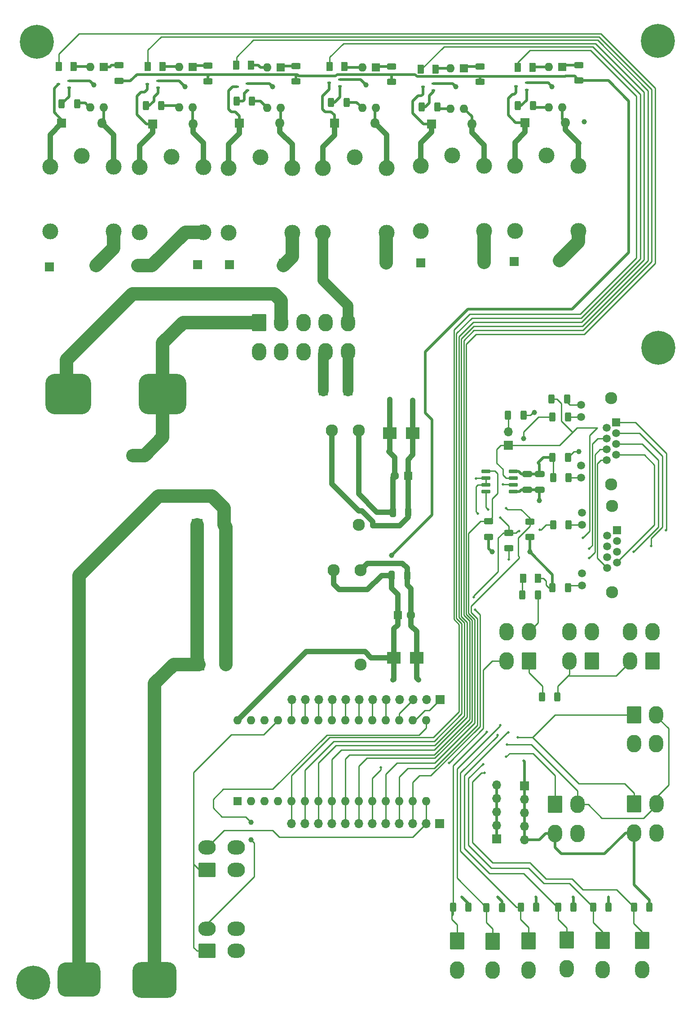
<source format=gtl>
%TF.GenerationSoftware,KiCad,Pcbnew,6.0.6-3a73a75311~116~ubuntu20.04.1*%
%TF.CreationDate,2022-07-08T20:35:27+03:00*%
%TF.ProjectId,kolos_system_2022,6b6f6c6f-735f-4737-9973-74656d5f3230,rev?*%
%TF.SameCoordinates,Original*%
%TF.FileFunction,Copper,L1,Top*%
%TF.FilePolarity,Positive*%
%FSLAX46Y46*%
G04 Gerber Fmt 4.6, Leading zero omitted, Abs format (unit mm)*
G04 Created by KiCad (PCBNEW 6.0.6-3a73a75311~116~ubuntu20.04.1) date 2022-07-08 20:35:27*
%MOMM*%
%LPD*%
G01*
G04 APERTURE LIST*
G04 Aperture macros list*
%AMRoundRect*
0 Rectangle with rounded corners*
0 $1 Rounding radius*
0 $2 $3 $4 $5 $6 $7 $8 $9 X,Y pos of 4 corners*
0 Add a 4 corners polygon primitive as box body*
4,1,4,$2,$3,$4,$5,$6,$7,$8,$9,$2,$3,0*
0 Add four circle primitives for the rounded corners*
1,1,$1+$1,$2,$3*
1,1,$1+$1,$4,$5*
1,1,$1+$1,$6,$7*
1,1,$1+$1,$8,$9*
0 Add four rect primitives between the rounded corners*
20,1,$1+$1,$2,$3,$4,$5,0*
20,1,$1+$1,$4,$5,$6,$7,0*
20,1,$1+$1,$6,$7,$8,$9,0*
20,1,$1+$1,$8,$9,$2,$3,0*%
G04 Aperture macros list end*
%TA.AperFunction,ComponentPad*%
%ADD10R,1.700000X1.700000*%
%TD*%
%TA.AperFunction,ComponentPad*%
%ADD11RoundRect,0.250001X-1.099999X-1.399999X1.099999X-1.399999X1.099999X1.399999X-1.099999X1.399999X0*%
%TD*%
%TA.AperFunction,ComponentPad*%
%ADD12O,2.700000X3.300000*%
%TD*%
%TA.AperFunction,SMDPad,CuDef*%
%ADD13RoundRect,0.250000X0.625000X-0.312500X0.625000X0.312500X-0.625000X0.312500X-0.625000X-0.312500X0*%
%TD*%
%TA.AperFunction,ComponentPad*%
%ADD14O,1.700000X1.700000*%
%TD*%
%TA.AperFunction,SMDPad,CuDef*%
%ADD15R,2.500000X2.300000*%
%TD*%
%TA.AperFunction,SMDPad,CuDef*%
%ADD16R,0.700000X0.450000*%
%TD*%
%TA.AperFunction,ComponentPad*%
%ADD17R,1.500000X1.500000*%
%TD*%
%TA.AperFunction,ComponentPad*%
%ADD18C,1.500000*%
%TD*%
%TA.AperFunction,ComponentPad*%
%ADD19C,2.300000*%
%TD*%
%TA.AperFunction,SMDPad,CuDef*%
%ADD20RoundRect,0.250000X-0.375000X-0.625000X0.375000X-0.625000X0.375000X0.625000X-0.375000X0.625000X0*%
%TD*%
%TA.AperFunction,ComponentPad*%
%ADD21R,2.000000X2.300000*%
%TD*%
%TA.AperFunction,SMDPad,CuDef*%
%ADD22RoundRect,0.250000X0.312500X0.625000X-0.312500X0.625000X-0.312500X-0.625000X0.312500X-0.625000X0*%
%TD*%
%TA.AperFunction,SMDPad,CuDef*%
%ADD23RoundRect,0.250000X0.650000X-0.325000X0.650000X0.325000X-0.650000X0.325000X-0.650000X-0.325000X0*%
%TD*%
%TA.AperFunction,SMDPad,CuDef*%
%ADD24RoundRect,0.150000X-0.725000X-0.150000X0.725000X-0.150000X0.725000X0.150000X-0.725000X0.150000X0*%
%TD*%
%TA.AperFunction,ComponentPad*%
%ADD25R,1.600000X1.600000*%
%TD*%
%TA.AperFunction,ComponentPad*%
%ADD26O,1.600000X1.600000*%
%TD*%
%TA.AperFunction,SMDPad,CuDef*%
%ADD27RoundRect,0.250000X-0.325000X-0.650000X0.325000X-0.650000X0.325000X0.650000X-0.325000X0.650000X0*%
%TD*%
%TA.AperFunction,ComponentPad*%
%ADD28RoundRect,0.250001X1.099999X1.399999X-1.099999X1.399999X-1.099999X-1.399999X1.099999X-1.399999X0*%
%TD*%
%TA.AperFunction,ComponentPad*%
%ADD29C,6.400000*%
%TD*%
%TA.AperFunction,SMDPad,CuDef*%
%ADD30RoundRect,0.250000X-0.312500X-0.625000X0.312500X-0.625000X0.312500X0.625000X-0.312500X0.625000X0*%
%TD*%
%TA.AperFunction,ComponentPad*%
%ADD31RoundRect,0.250001X1.399999X-1.099999X1.399999X1.099999X-1.399999X1.099999X-1.399999X-1.099999X0*%
%TD*%
%TA.AperFunction,ComponentPad*%
%ADD32O,3.300000X2.700000*%
%TD*%
%TA.AperFunction,ComponentPad*%
%ADD33R,1.800000X1.800000*%
%TD*%
%TA.AperFunction,ComponentPad*%
%ADD34O,1.800000X1.800000*%
%TD*%
%TA.AperFunction,ComponentPad*%
%ADD35C,3.000000*%
%TD*%
%TA.AperFunction,SMDPad,CuDef*%
%ADD36RoundRect,1.619250X2.413000X1.619250X-2.413000X1.619250X-2.413000X-1.619250X2.413000X-1.619250X0*%
%TD*%
%TA.AperFunction,SMDPad,CuDef*%
%ADD37RoundRect,1.912938X2.420937X1.912937X-2.420937X1.912937X-2.420937X-1.912937X2.420937X-1.912937X0*%
%TD*%
%TA.AperFunction,SMDPad,CuDef*%
%ADD38RoundRect,1.682750X2.476500X1.682750X-2.476500X1.682750X-2.476500X-1.682750X2.476500X-1.682750X0*%
%TD*%
%TA.AperFunction,SMDPad,CuDef*%
%ADD39RoundRect,1.905000X2.603500X1.905000X-2.603500X1.905000X-2.603500X-1.905000X2.603500X-1.905000X0*%
%TD*%
%TA.AperFunction,ComponentPad*%
%ADD40C,1.600000*%
%TD*%
%TA.AperFunction,SMDPad,CuDef*%
%ADD41RoundRect,0.250000X-0.625000X0.312500X-0.625000X-0.312500X0.625000X-0.312500X0.625000X0.312500X0*%
%TD*%
%TA.AperFunction,ViaPad*%
%ADD42C,1.000000*%
%TD*%
%TA.AperFunction,ViaPad*%
%ADD43C,0.504000*%
%TD*%
%TA.AperFunction,ViaPad*%
%ADD44C,2.540000*%
%TD*%
%TA.AperFunction,Conductor*%
%ADD45C,0.508000*%
%TD*%
%TA.AperFunction,Conductor*%
%ADD46C,0.254000*%
%TD*%
%TA.AperFunction,Conductor*%
%ADD47C,1.000000*%
%TD*%
%TA.AperFunction,Conductor*%
%ADD48C,2.000000*%
%TD*%
%TA.AperFunction,Conductor*%
%ADD49C,2.540000*%
%TD*%
G04 APERTURE END LIST*
D10*
%TO.P,J2,1,Pin_1*%
%TO.N,Led1_in*%
X95807000Y-107061000D03*
%TD*%
%TO.P,J1,1,Pin_1*%
%TO.N,Reset_in*%
X100457000Y-107061000D03*
%TD*%
D11*
%TO.P,I2C-3,1,Pin_1*%
%TO.N,SCL*%
X154364000Y-168073000D03*
D12*
%TO.P,I2C-3,2,Pin_2*%
%TO.N,SDA*%
X158564000Y-168073000D03*
%TO.P,I2C-3,3,Pin_3*%
%TO.N,5VA*%
X154364000Y-173573000D03*
%TO.P,I2C-3,4,Pin_4*%
%TO.N,GND2*%
X158564000Y-173573000D03*
%TD*%
D13*
%TO.P,RR1,1*%
%TO.N,+12VA*%
X144018000Y-48579500D03*
%TO.P,RR1,2*%
%TO.N,Net-(RR1-Pad2)*%
X144018000Y-45654500D03*
%TD*%
D10*
%TO.P,SW1,1*%
%TO.N,RS485B*%
X130683000Y-117348000D03*
D14*
%TO.P,SW1,2*%
%TO.N,Net-(R17-Pad1)*%
X130683000Y-114808000D03*
%TD*%
D15*
%TO.P,D1,1,A1*%
%TO.N,+12V*%
X112649000Y-115062000D03*
%TO.P,D1,2,A2*%
%TO.N,GND1*%
X108349000Y-115062000D03*
%TD*%
D10*
%TO.P,rel2-NC1,1,Pin_1*%
%TO.N,Net-(K2-Pad4)*%
X126111000Y-83058000D03*
%TD*%
%TO.P,rel3-NC1,1,Pin_1*%
%TO.N,Net-(K3-Pad4)*%
X107823000Y-82931000D03*
%TD*%
D16*
%TO.P,Q6,1,B*%
%TO.N,Net-(Q6-Pad1)*%
X47863000Y-49926000D03*
%TO.P,Q6,2,E*%
%TO.N,GND1*%
X47863000Y-48626000D03*
%TO.P,Q6,3,C*%
%TO.N,Net-(DR6-Pad1)*%
X45863000Y-49276000D03*
%TD*%
D17*
%TO.P,J19,1*%
%TO.N,RS485A*%
X151132000Y-133346000D03*
D18*
%TO.P,J19,2*%
%TO.N,RS485B*%
X149352000Y-134362000D03*
%TO.P,J19,3*%
%TO.N,/L3*%
X151132000Y-135378000D03*
%TO.P,J19,4*%
%TO.N,RS485A*%
X149352000Y-136394000D03*
%TO.P,J19,5*%
%TO.N,RS485B*%
X151132000Y-137410000D03*
%TO.P,J19,6*%
%TO.N,/L6*%
X149352000Y-138426000D03*
%TO.P,J19,7*%
%TO.N,/L7*%
X151132000Y-139442000D03*
%TO.P,J19,8*%
%TO.N,/L8*%
X149352000Y-140458000D03*
%TO.P,J19,9*%
%TO.N,GND2*%
X144532000Y-130046000D03*
%TO.P,J19,10*%
%TO.N,Net-(J19-Pad10)*%
X144532000Y-132336000D03*
%TO.P,J19,11*%
%TO.N,GND2*%
X144532000Y-141476000D03*
%TO.P,J19,12*%
%TO.N,Net-(J19-Pad12)*%
X144532000Y-143766000D03*
D19*
%TO.P,J19,SH*%
%TO.N,N/C*%
X150242000Y-145036000D03*
X150242000Y-128776000D03*
%TD*%
D20*
%TO.P,DRR1,1,K*%
%TO.N,IN1*%
X132455000Y-46101000D03*
%TO.P,DRR1,2,A*%
%TO.N,Net-(DRR1-Pad2)*%
X135255000Y-46101000D03*
%TD*%
D21*
%TO.P,PS2,1,L*%
%TO.N,Net-(FL1-Pad3)*%
X72390000Y-158607500D03*
D19*
%TO.P,PS2,2,N*%
%TO.N,Net-(FL1-Pad1)*%
X77470000Y-158607500D03*
%TO.P,PS2,3,DC+*%
%TO.N,+12VA*%
X97790000Y-140827500D03*
%TO.P,PS2,4,DC-*%
%TO.N,GND2*%
X102870000Y-140827500D03*
%TO.P,PS2,5*%
%TO.N,N/C*%
X102870000Y-158607500D03*
%TD*%
D22*
%TO.P,R16,1*%
%TO.N,GND2*%
X136271000Y-145542000D03*
%TO.P,R16,2*%
%TO.N,Net-(D7-Pad1)*%
X133346000Y-145542000D03*
%TD*%
D20*
%TO.P,D7,1,K*%
%TO.N,Net-(D7-Pad1)*%
X133477000Y-142367000D03*
%TO.P,D7,2,A*%
%TO.N,5VA*%
X136277000Y-142367000D03*
%TD*%
D10*
%TO.P,Ja2,1,Pin_1*%
%TO.N,3V3*%
X117856000Y-165227000D03*
D14*
%TO.P,Ja2,2,Pin_2*%
%TO.N,5VA*%
X115316000Y-165227000D03*
%TO.P,Ja2,3,Pin_3*%
%TO.N,AREF*%
X112776000Y-165227000D03*
%TO.P,Ja2,4,Pin_4*%
%TO.N,RESET*%
X110236000Y-165227000D03*
%TO.P,Ja2,5,Pin_5*%
%TO.N,AIN1*%
X107696000Y-165227000D03*
%TO.P,Ja2,6,Pin_6*%
%TO.N,AIN2*%
X105156000Y-165227000D03*
%TO.P,Ja2,7,Pin_7*%
%TO.N,AIN3*%
X102616000Y-165227000D03*
%TO.P,Ja2,8,Pin_8*%
%TO.N,AIN4*%
X100076000Y-165227000D03*
%TO.P,Ja2,9,Pin_9*%
%TO.N,SDA*%
X97536000Y-165227000D03*
%TO.P,Ja2,10,Pin_10*%
%TO.N,SCL*%
X94996000Y-165227000D03*
%TO.P,Ja2,11,Pin_11*%
%TO.N,AIN5*%
X92456000Y-165227000D03*
%TO.P,Ja2,12,Pin_12*%
%TO.N,AIN6*%
X89916000Y-165227000D03*
%TD*%
D13*
%TO.P,RR5,1*%
%TO.N,+12VA*%
X74041000Y-48706500D03*
%TO.P,RR5,2*%
%TO.N,Net-(RR5-Pad2)*%
X74041000Y-45781500D03*
%TD*%
D20*
%TO.P,DRR5,1,K*%
%TO.N,IN5*%
X62732000Y-45974000D03*
%TO.P,DRR5,2,A*%
%TO.N,Net-(DRR5-Pad2)*%
X65532000Y-45974000D03*
%TD*%
D23*
%TO.P,C5,1*%
%TO.N,GND2*%
X136652000Y-125681000D03*
%TO.P,C5,2*%
%TO.N,5VA*%
X136652000Y-122731000D03*
%TD*%
D24*
%TO.P,UMAX1,1,RO*%
%TO.N,RX*%
X126457000Y-122223000D03*
%TO.P,UMAX1,2,~{RE}*%
%TO.N,T{slash}R*%
X126457000Y-123493000D03*
%TO.P,UMAX1,3,DE*%
X126457000Y-124763000D03*
%TO.P,UMAX1,4,DI*%
%TO.N,TX*%
X126457000Y-126033000D03*
%TO.P,UMAX1,5,GND*%
%TO.N,GND2*%
X131607000Y-126033000D03*
%TO.P,UMAX1,6,A*%
%TO.N,RS485A*%
X131607000Y-124763000D03*
%TO.P,UMAX1,7,B*%
%TO.N,RS485B*%
X131607000Y-123493000D03*
%TO.P,UMAX1,8,VCC*%
%TO.N,5VA*%
X131607000Y-122223000D03*
%TD*%
D25*
%TO.P,U1,1*%
%TO.N,Net-(RR1-Pad2)*%
X140848000Y-45984000D03*
D26*
%TO.P,U1,2*%
%TO.N,Net-(DRR1-Pad2)*%
X138308000Y-45984000D03*
%TO.P,U1,3*%
%TO.N,Net-(RRR1-Pad1)*%
X138308000Y-53604000D03*
%TO.P,U1,4*%
%TO.N,+12V*%
X140848000Y-53604000D03*
%TD*%
D27*
%TO.P,C3,1*%
%TO.N,+12VA*%
X108683000Y-141859000D03*
%TO.P,C3,2*%
%TO.N,GND2*%
X111633000Y-141859000D03*
%TD*%
D16*
%TO.P,Q2,1,B*%
%TO.N,Net-(Q2-Pad1)*%
X116570000Y-50434000D03*
%TO.P,Q2,2,E*%
%TO.N,GND1*%
X116570000Y-49134000D03*
%TO.P,Q2,3,C*%
%TO.N,Net-(DR2-Pad1)*%
X114570000Y-49784000D03*
%TD*%
D11*
%TO.P,AIN_6,1,Pin_1*%
%TO.N,AIN6*%
X155913000Y-210582000D03*
D12*
%TO.P,AIN_6,2,Pin_2*%
%TO.N,GND2*%
X155913000Y-216082000D03*
%TD*%
D28*
%TO.P,1WIRE2,1,Pin_1*%
%TO.N,5VA*%
X146440000Y-157988000D03*
D12*
%TO.P,1WIRE2,2,Pin_2*%
%TO.N,1WIRE_DATA*%
X142240000Y-157988000D03*
%TO.P,1WIRE2,3,Pin_3*%
%TO.N,GND2*%
X146440000Y-152488000D03*
%TO.P,1WIRE2,4*%
%TO.N,N/C*%
X142240000Y-152488000D03*
%TD*%
D20*
%TO.P,DRR3,1,K*%
%TO.N,IN3*%
X97022000Y-45974000D03*
%TO.P,DRR3,2,A*%
%TO.N,Net-(DRR3-Pad2)*%
X99822000Y-45974000D03*
%TD*%
D29*
%TO.P,H4,1*%
%TO.N,N/C*%
X158877000Y-41148000D03*
%TD*%
D11*
%TO.P,AIN_3,1,Pin_1*%
%TO.N,AIN3*%
X134493000Y-210709000D03*
D12*
%TO.P,AIN_3,2,Pin_2*%
%TO.N,GND2*%
X134493000Y-216209000D03*
%TD*%
D10*
%TO.P,rel1-NC1,1,Pin_1*%
%TO.N,Net-(K1-Pad4)*%
X140335000Y-82550000D03*
%TD*%
D30*
%TO.P,RAIN3,1*%
%TO.N,AIN3*%
X133030500Y-204359000D03*
%TO.P,RAIN3,2*%
%TO.N,5VA*%
X135955500Y-204359000D03*
%TD*%
D10*
%TO.P,rel6-NC1,1,Pin_1*%
%TO.N,Net-(K6-Pad4)*%
X52832000Y-83566000D03*
%TD*%
D25*
%TO.P,A1,1,D1/TX*%
%TO.N,unconnected-(A1-Pad1)*%
X79629000Y-184394000D03*
D26*
%TO.P,A1,2,D0/RX*%
%TO.N,unconnected-(A1-Pad2)*%
X82169000Y-184394000D03*
%TO.P,A1,3,~{RESET}*%
%TO.N,unconnected-(A1-Pad3)*%
X84709000Y-184394000D03*
%TO.P,A1,4,GND*%
%TO.N,GND2*%
X87249000Y-184394000D03*
%TO.P,A1,5,D2*%
%TO.N,IN1*%
X89789000Y-184394000D03*
%TO.P,A1,6,D3*%
%TO.N,IN2*%
X92329000Y-184394000D03*
%TO.P,A1,7,D4*%
%TO.N,IN3*%
X94869000Y-184394000D03*
%TO.P,A1,8,D5*%
%TO.N,IN4*%
X97409000Y-184394000D03*
%TO.P,A1,9,D6*%
%TO.N,IN5*%
X99949000Y-184394000D03*
%TO.P,A1,10,D7*%
%TO.N,IN6*%
X102489000Y-184394000D03*
%TO.P,A1,11,D8*%
%TO.N,1WIRE_DATA*%
X105029000Y-184394000D03*
%TO.P,A1,12,D9*%
%TO.N,RX*%
X107569000Y-184394000D03*
%TO.P,A1,13,D10*%
%TO.N,TX*%
X110109000Y-184394000D03*
%TO.P,A1,14,D11*%
%TO.N,T{slash}R*%
X112649000Y-184394000D03*
%TO.P,A1,15,D12*%
%TO.N,DHT1*%
X115189000Y-184394000D03*
%TO.P,A1,16,D13*%
%TO.N,DHT2*%
X115189000Y-169154000D03*
%TO.P,A1,17,3V3*%
%TO.N,3V3*%
X112649000Y-169154000D03*
%TO.P,A1,18,AREF*%
%TO.N,AREF*%
X110109000Y-169154000D03*
%TO.P,A1,19,A0*%
%TO.N,AIN1*%
X107569000Y-169154000D03*
%TO.P,A1,20,A1*%
%TO.N,AIN2*%
X105029000Y-169154000D03*
%TO.P,A1,21,A2*%
%TO.N,AIN3*%
X102489000Y-169154000D03*
%TO.P,A1,22,A3*%
%TO.N,AIN4*%
X99949000Y-169154000D03*
%TO.P,A1,23,A4*%
%TO.N,SDA*%
X97409000Y-169154000D03*
%TO.P,A1,24,A5*%
%TO.N,SCL*%
X94869000Y-169154000D03*
%TO.P,A1,25,A6*%
%TO.N,AIN5*%
X92329000Y-169154000D03*
%TO.P,A1,26,A7*%
%TO.N,AIN6*%
X89789000Y-169154000D03*
%TO.P,A1,27,+5V*%
%TO.N,5VA*%
X87249000Y-169154000D03*
%TO.P,A1,28,~{RESET}*%
%TO.N,RESET*%
X84709000Y-169154000D03*
%TO.P,A1,29,GND*%
%TO.N,GND2*%
X82169000Y-169154000D03*
%TO.P,A1,30,VIN*%
%TO.N,+12VA*%
X79629000Y-169154000D03*
%TD*%
D11*
%TO.P,AIN_1,1,Pin_1*%
%TO.N,AIN1*%
X121031000Y-210709000D03*
D12*
%TO.P,AIN_1,2,Pin_2*%
%TO.N,GND2*%
X121031000Y-216209000D03*
%TD*%
D30*
%TO.P,R5,1*%
%TO.N,T{slash}R*%
X139126500Y-132334000D03*
%TO.P,R5,2*%
%TO.N,Net-(J19-Pad10)*%
X142051500Y-132334000D03*
%TD*%
D16*
%TO.P,Q3,1,B*%
%TO.N,Net-(Q3-Pad1)*%
X98917000Y-49672000D03*
%TO.P,Q3,2,E*%
%TO.N,GND1*%
X98917000Y-48372000D03*
%TO.P,Q3,3,C*%
%TO.N,Net-(DR3-Pad1)*%
X96917000Y-49022000D03*
%TD*%
D22*
%TO.P,R18,1*%
%TO.N,GND2*%
X141736000Y-108585000D03*
%TO.P,R18,2*%
%TO.N,RS485B*%
X138811000Y-108585000D03*
%TD*%
D31*
%TO.P,DHT_2,1,Pin_1*%
%TO.N,5VA*%
X73914000Y-212598000D03*
D32*
%TO.P,DHT_2,2,Pin_2*%
%TO.N,DHT2*%
X73914000Y-208398000D03*
%TO.P,DHT_2,3,Pin_3*%
%TO.N,GND2*%
X79414000Y-212598000D03*
%TO.P,DHT_2,4*%
%TO.N,N/C*%
X79414000Y-208398000D03*
%TD*%
D20*
%TO.P,DRR2,1,K*%
%TO.N,IN2*%
X114167000Y-46482000D03*
%TO.P,DRR2,2,A*%
%TO.N,Net-(DRR2-Pad2)*%
X116967000Y-46482000D03*
%TD*%
D25*
%TO.P,U6,1*%
%TO.N,Net-(RR6-Pad2)*%
X54361000Y-45984000D03*
D26*
%TO.P,U6,2*%
%TO.N,Net-(DRR6-Pad2)*%
X51821000Y-45984000D03*
%TO.P,U6,3*%
%TO.N,Net-(RRR6-Pad1)*%
X51821000Y-53604000D03*
%TO.P,U6,4*%
%TO.N,+12V*%
X54361000Y-53604000D03*
%TD*%
D28*
%TO.P,1WIRE1,1,Pin_1*%
%TO.N,5VA*%
X134570000Y-157988000D03*
D12*
%TO.P,1WIRE1,2,Pin_2*%
%TO.N,1WIRE_DATA*%
X130370000Y-157988000D03*
%TO.P,1WIRE1,3,Pin_3*%
%TO.N,GND2*%
X134570000Y-152488000D03*
%TO.P,1WIRE1,4*%
%TO.N,N/C*%
X130370000Y-152488000D03*
%TD*%
D10*
%TO.P,rel4-NC1,1,Pin_1*%
%TO.N,Net-(K4-Pad4)*%
X88265000Y-83058000D03*
%TD*%
D30*
%TO.P,R4,1*%
%TO.N,5VA*%
X139126500Y-123444000D03*
%TO.P,R4,2*%
%TO.N,Net-(J18-Pad12)*%
X142051500Y-123444000D03*
%TD*%
D10*
%TO.P,rel2-NO1,1,Pin_1*%
%TO.N, Ch2_Output*%
X114173000Y-82931000D03*
%TD*%
D11*
%TO.P,J29,1,Pin_1*%
%TO.N,LINE*%
X83666000Y-94195000D03*
D12*
%TO.P,J29,2,Pin_2*%
%TO.N,NEUT*%
X87866000Y-94195000D03*
%TO.P,J29,3,Pin_3*%
%TO.N, Ch1_Output*%
X92066000Y-94195000D03*
%TO.P,J29,4,Pin_4*%
%TO.N, Ch2_Output*%
X96266000Y-94195000D03*
%TO.P,J29,5,Pin_5*%
%TO.N, Ch3_Output*%
X100466000Y-94195000D03*
%TO.P,J29,6,Pin_6*%
%TO.N, Ch4_Output*%
X83666000Y-99695000D03*
%TO.P,J29,7,Pin_7*%
%TO.N, Ch5_Output*%
X87866000Y-99695000D03*
%TO.P,J29,8,Pin_8*%
%TO.N, Ch6_Output*%
X92066000Y-99695000D03*
%TO.P,J29,9,Pin_9*%
%TO.N,Led1_in*%
X96266000Y-99695000D03*
%TO.P,J29,10,Pin_10*%
%TO.N,Reset_in*%
X100466000Y-99695000D03*
%TD*%
D30*
%TO.P,R17,1*%
%TO.N,Net-(R17-Pad1)*%
X130617500Y-111633000D03*
%TO.P,R17,2*%
%TO.N,RS485A*%
X133542500Y-111633000D03*
%TD*%
%TO.P,R3,1*%
%TO.N,T{slash}R*%
X138999500Y-112014000D03*
%TO.P,R3,2*%
%TO.N,Net-(J18-Pad10)*%
X141924500Y-112014000D03*
%TD*%
D11*
%TO.P,AIN_5,1,Pin_1*%
%TO.N,AIN5*%
X148463000Y-210582000D03*
D12*
%TO.P,AIN_5,2,Pin_2*%
%TO.N,GND2*%
X148463000Y-216082000D03*
%TD*%
D13*
%TO.P,RR3,1*%
%TO.N,+12VA*%
X108712000Y-48833500D03*
%TO.P,RR3,2*%
%TO.N,Net-(RR3-Pad2)*%
X108712000Y-45908500D03*
%TD*%
D20*
%TO.P,DRR4,1,K*%
%TO.N,IN4*%
X79372000Y-45720000D03*
%TO.P,DRR4,2,A*%
%TO.N,Net-(DRR4-Pad2)*%
X82172000Y-45720000D03*
%TD*%
D33*
%TO.P,DR1,1,K*%
%TO.N,Net-(DR1-Pad1)*%
X133858000Y-56515000D03*
D34*
%TO.P,DR1,2,A*%
%TO.N,+12V*%
X141478000Y-56515000D03*
%TD*%
D10*
%TO.P,rel5-NC1,1,Pin_1*%
%TO.N,Net-(K5-Pad4)*%
X60833000Y-83439000D03*
%TD*%
D17*
%TO.P,J18,1*%
%TO.N,RS485A*%
X151003000Y-113030000D03*
D18*
%TO.P,J18,2*%
%TO.N,RS485B*%
X149223000Y-114046000D03*
%TO.P,J18,3*%
%TO.N,/L3*%
X151003000Y-115062000D03*
%TO.P,J18,4*%
%TO.N,RS485A*%
X149223000Y-116078000D03*
%TO.P,J18,5*%
%TO.N,RS485B*%
X151003000Y-117094000D03*
%TO.P,J18,6*%
%TO.N,/L6*%
X149223000Y-118110000D03*
%TO.P,J18,7*%
%TO.N,/L7*%
X151003000Y-119126000D03*
%TO.P,J18,8*%
%TO.N,/L8*%
X149223000Y-120142000D03*
%TO.P,J18,9*%
%TO.N,GND2*%
X144403000Y-109730000D03*
%TO.P,J18,10*%
%TO.N,Net-(J18-Pad10)*%
X144403000Y-112020000D03*
%TO.P,J18,11*%
%TO.N,GND2*%
X144403000Y-121160000D03*
%TO.P,J18,12*%
%TO.N,Net-(J18-Pad12)*%
X144403000Y-123450000D03*
D19*
%TO.P,J18,SH*%
%TO.N,N/C*%
X150113000Y-108460000D03*
X150113000Y-124720000D03*
%TD*%
D29*
%TO.P,H1,1*%
%TO.N,N/C*%
X159004000Y-98933000D03*
%TD*%
D35*
%TO.P,K2,1*%
%TO.N,Net-(DR2-Pad1)*%
X114142000Y-64689000D03*
%TO.P,K2,2*%
%TO.N,LINE*%
X120142000Y-62689000D03*
%TO.P,K2,3*%
%TO.N, Ch2_Output*%
X114142000Y-76889000D03*
%TO.P,K2,4*%
%TO.N,Net-(K2-Pad4)*%
X126142000Y-76889000D03*
%TO.P,K2,5*%
%TO.N,+12V*%
X126142000Y-64689000D03*
%TD*%
D36*
%TO.P,FL1,1,1*%
%TO.N,Net-(FL1-Pad1)*%
X49784000Y-218005438D03*
D37*
%TO.P,FL1,2,2*%
%TO.N,NEUT*%
X47752000Y-107642438D03*
D38*
%TO.P,FL1,3,3*%
%TO.N,Net-(FL1-Pad3)*%
X64008000Y-218068938D03*
D39*
%TO.P,FL1,4,4*%
%TO.N,LINE*%
X65532000Y-107642438D03*
%TD*%
D33*
%TO.P,DR6,1,K*%
%TO.N,Net-(DR6-Pad1)*%
X46482000Y-56642000D03*
D34*
%TO.P,DR6,2,A*%
%TO.N,+12V*%
X54102000Y-56642000D03*
%TD*%
D13*
%TO.P,R7,1*%
%TO.N,5VA*%
X127000000Y-134558500D03*
%TO.P,R7,2*%
%TO.N,RX*%
X127000000Y-131633500D03*
%TD*%
D25*
%TO.P,U5,1*%
%TO.N,Net-(RR5-Pad2)*%
X71125000Y-45984000D03*
D26*
%TO.P,U5,2*%
%TO.N,Net-(DRR5-Pad2)*%
X68585000Y-45984000D03*
%TO.P,U5,3*%
%TO.N,Net-(RRR5-Pad1)*%
X68585000Y-53604000D03*
%TO.P,U5,4*%
%TO.N,+12V*%
X71125000Y-53604000D03*
%TD*%
D21*
%TO.P,PS1,1,L*%
%TO.N,Net-(FL1-Pad3)*%
X72009000Y-132318500D03*
D19*
%TO.P,PS1,2,N*%
%TO.N,Net-(FL1-Pad1)*%
X77089000Y-132318500D03*
%TO.P,PS1,3,DC+*%
%TO.N,+12V*%
X97409000Y-114538500D03*
%TO.P,PS1,4,DC-*%
%TO.N,GND1*%
X102489000Y-114538500D03*
%TO.P,PS1,5*%
%TO.N,N/C*%
X102489000Y-132318500D03*
%TD*%
D27*
%TO.P,C1,1*%
%TO.N,GND1*%
X108888000Y-129921000D03*
%TO.P,C1,2*%
%TO.N,+12V*%
X111838000Y-129921000D03*
%TD*%
D28*
%TO.P,1WIRE3,1,Pin_1*%
%TO.N,5VA*%
X157870000Y-157988000D03*
D12*
%TO.P,1WIRE3,2,Pin_2*%
%TO.N,1WIRE_DATA*%
X153670000Y-157988000D03*
%TO.P,1WIRE3,3,Pin_3*%
%TO.N,GND2*%
X157870000Y-152488000D03*
%TO.P,1WIRE3,4*%
%TO.N,N/C*%
X153670000Y-152488000D03*
%TD*%
D22*
%TO.P,RRR4,1*%
%TO.N,Net-(RRR4-Pad1)*%
X82361500Y-52451000D03*
%TO.P,RRR4,2*%
%TO.N,Net-(Q4-Pad1)*%
X79436500Y-52451000D03*
%TD*%
D35*
%TO.P,K4,1*%
%TO.N,Net-(DR4-Pad1)*%
X77947000Y-65070000D03*
%TO.P,K4,2*%
%TO.N,LINE*%
X83947000Y-63070000D03*
%TO.P,K4,3*%
%TO.N, Ch4_Output*%
X77947000Y-77270000D03*
%TO.P,K4,4*%
%TO.N,Net-(K4-Pad4)*%
X89947000Y-77270000D03*
%TO.P,K4,5*%
%TO.N,+12V*%
X89947000Y-65070000D03*
%TD*%
D25*
%TO.P,C4,1*%
%TO.N,+12VA*%
X109845349Y-149352000D03*
D40*
%TO.P,C4,2*%
%TO.N,GND2*%
X112345349Y-149352000D03*
%TD*%
D30*
%TO.P,RAIN2,1*%
%TO.N,AIN2*%
X126553500Y-204395000D03*
%TO.P,RAIN2,2*%
%TO.N,5VA*%
X129478500Y-204395000D03*
%TD*%
%TO.P,RAIN1,1*%
%TO.N,AIN1*%
X120265000Y-204343000D03*
%TO.P,RAIN1,2*%
%TO.N,5VA*%
X123190000Y-204343000D03*
%TD*%
D22*
%TO.P,RRR6,1*%
%TO.N,Net-(RRR6-Pad1)*%
X49403000Y-52959000D03*
%TO.P,RRR6,2*%
%TO.N,Net-(Q6-Pad1)*%
X46478000Y-52959000D03*
%TD*%
D25*
%TO.P,U4,1*%
%TO.N,Net-(RR4-Pad2)*%
X87762000Y-46111000D03*
D26*
%TO.P,U4,2*%
%TO.N,Net-(DRR4-Pad2)*%
X85222000Y-46111000D03*
%TO.P,U4,3*%
%TO.N,Net-(RRR4-Pad1)*%
X85222000Y-53731000D03*
%TO.P,U4,4*%
%TO.N,+12V*%
X87762000Y-53731000D03*
%TD*%
D11*
%TO.P,AIN_4,1,Pin_1*%
%TO.N,AIN4*%
X141732000Y-210491000D03*
D12*
%TO.P,AIN_4,2,Pin_2*%
%TO.N,GND2*%
X141732000Y-215991000D03*
%TD*%
D35*
%TO.P,K1,1*%
%TO.N,Net-(DR1-Pad1)*%
X131922000Y-64689000D03*
%TO.P,K1,2*%
%TO.N,LINE*%
X137922000Y-62689000D03*
%TO.P,K1,3*%
%TO.N, Ch1_Output*%
X131922000Y-76889000D03*
%TO.P,K1,4*%
%TO.N,Net-(K1-Pad4)*%
X143922000Y-76889000D03*
%TO.P,K1,5*%
%TO.N,+12V*%
X143922000Y-64689000D03*
%TD*%
D10*
%TO.P,rel6-NO1,1,Pin_1*%
%TO.N, Ch6_Output*%
X44196000Y-83693000D03*
%TD*%
D33*
%TO.P,DR4,1,K*%
%TO.N,Net-(DR4-Pad1)*%
X80010000Y-56642000D03*
D34*
%TO.P,DR4,2,A*%
%TO.N,+12V*%
X87630000Y-56642000D03*
%TD*%
D13*
%TO.P,R11,1*%
%TO.N,5VA*%
X134747000Y-134624000D03*
%TO.P,R11,2*%
%TO.N,TX*%
X134747000Y-131699000D03*
%TD*%
D16*
%TO.P,Q5,1,B*%
%TO.N,Net-(Q5-Pad1)*%
X64627000Y-49926000D03*
%TO.P,Q5,2,E*%
%TO.N,GND1*%
X64627000Y-48626000D03*
%TO.P,Q5,3,C*%
%TO.N,Net-(DR5-Pad1)*%
X62627000Y-49276000D03*
%TD*%
D30*
%TO.P,R1WIRE1,1*%
%TO.N,5VA*%
X137029000Y-164719000D03*
%TO.P,R1WIRE1,2*%
%TO.N,1WIRE_DATA*%
X139954000Y-164719000D03*
%TD*%
D10*
%TO.P,rel1-NO1,1,Pin_1*%
%TO.N, Ch1_Output*%
X131826000Y-82677000D03*
%TD*%
D22*
%TO.P,RRR1,1*%
%TO.N,Net-(RRR1-Pad1)*%
X135382000Y-53340000D03*
%TO.P,RRR1,2*%
%TO.N,Net-(Q1-Pad1)*%
X132457000Y-53340000D03*
%TD*%
%TO.P,R19,1*%
%TO.N,RS485A*%
X141924500Y-119634000D03*
%TO.P,R19,2*%
%TO.N,5VA*%
X138999500Y-119634000D03*
%TD*%
D11*
%TO.P,AIN_2,1,Pin_1*%
%TO.N,AIN2*%
X127762000Y-210745000D03*
D12*
%TO.P,AIN_2,2,Pin_2*%
%TO.N,GND2*%
X127762000Y-216245000D03*
%TD*%
D22*
%TO.P,RRR3,1*%
%TO.N,Net-(RRR3-Pad1)*%
X100203000Y-52705000D03*
%TO.P,RRR3,2*%
%TO.N,Net-(Q3-Pad1)*%
X97278000Y-52705000D03*
%TD*%
D15*
%TO.P,D2,1,A1*%
%TO.N,+12VA*%
X109102000Y-157353000D03*
%TO.P,D2,2,A2*%
%TO.N,GND2*%
X113402000Y-157353000D03*
%TD*%
D30*
%TO.P,RAIN5,1*%
%TO.N,AIN5*%
X146681000Y-204343000D03*
%TO.P,RAIN5,2*%
%TO.N,5VA*%
X149606000Y-204343000D03*
%TD*%
D11*
%TO.P,I2C-2,1,Pin_1*%
%TO.N,SCL*%
X154423000Y-184912000D03*
D12*
%TO.P,I2C-2,2,Pin_2*%
%TO.N,SDA*%
X158623000Y-184912000D03*
%TO.P,I2C-2,3,Pin_3*%
%TO.N,5VA*%
X154423000Y-190412000D03*
%TO.P,I2C-2,4,Pin_4*%
%TO.N,GND2*%
X158623000Y-190412000D03*
%TD*%
D41*
%TO.P,R12,1*%
%TO.N,T{slash}R*%
X130810000Y-133792500D03*
%TO.P,R12,2*%
%TO.N,GND2*%
X130810000Y-136717500D03*
%TD*%
D29*
%TO.P,H3,1*%
%TO.N,N/C*%
X41148000Y-218567000D03*
%TD*%
D33*
%TO.P,DR3,1,K*%
%TO.N,Net-(DR3-Pad1)*%
X97917000Y-56642000D03*
D34*
%TO.P,DR3,2,A*%
%TO.N,+12V*%
X105537000Y-56642000D03*
%TD*%
D10*
%TO.P,Ja1,1,Pin_1*%
%TO.N,DHT2*%
X117729000Y-188595000D03*
D14*
%TO.P,Ja1,2,Pin_2*%
%TO.N,DHT1*%
X115189000Y-188595000D03*
%TO.P,Ja1,3,Pin_3*%
%TO.N,T{slash}R*%
X112649000Y-188595000D03*
%TO.P,Ja1,4,Pin_4*%
%TO.N,TX*%
X110109000Y-188595000D03*
%TO.P,Ja1,5,Pin_5*%
%TO.N,RX*%
X107569000Y-188595000D03*
%TO.P,Ja1,6,Pin_6*%
%TO.N,1WIRE_DATA*%
X105029000Y-188595000D03*
%TO.P,Ja1,7,Pin_7*%
%TO.N,IN6*%
X102489000Y-188595000D03*
%TO.P,Ja1,8,Pin_8*%
%TO.N,IN5*%
X99949000Y-188595000D03*
%TO.P,Ja1,9,Pin_9*%
%TO.N,IN4*%
X97409000Y-188595000D03*
%TO.P,Ja1,10,Pin_10*%
%TO.N,IN3*%
X94869000Y-188595000D03*
%TO.P,Ja1,11,Pin_11*%
%TO.N,IN2*%
X92329000Y-188595000D03*
%TO.P,Ja1,12,Pin_12*%
%TO.N,IN1*%
X89789000Y-188595000D03*
%TD*%
D22*
%TO.P,RRR2,1*%
%TO.N,Net-(RRR2-Pad1)*%
X117286500Y-53594000D03*
%TO.P,RRR2,2*%
%TO.N,Net-(Q2-Pad1)*%
X114361500Y-53594000D03*
%TD*%
D13*
%TO.P,RR6,1*%
%TO.N,+12VA*%
X57277000Y-48645000D03*
%TO.P,RR6,2*%
%TO.N,Net-(RR6-Pad2)*%
X57277000Y-45720000D03*
%TD*%
D25*
%TO.P,U2,1*%
%TO.N,Net-(RR2-Pad2)*%
X122306000Y-46238000D03*
D26*
%TO.P,U2,2*%
%TO.N,Net-(DRR2-Pad2)*%
X119766000Y-46238000D03*
%TO.P,U2,3*%
%TO.N,Net-(RRR2-Pad1)*%
X119766000Y-53858000D03*
%TO.P,U2,4*%
%TO.N,+12V*%
X122306000Y-53858000D03*
%TD*%
D30*
%TO.P,RAIN4,1*%
%TO.N,AIN4*%
X140077000Y-204343000D03*
%TO.P,RAIN4,2*%
%TO.N,5VA*%
X143002000Y-204343000D03*
%TD*%
D10*
%TO.P,J5v1,1,Pin_1*%
%TO.N,5VA*%
X133731000Y-181483000D03*
D14*
%TO.P,J5v1,2,Pin_2*%
X133731000Y-184023000D03*
%TO.P,J5v1,3,Pin_3*%
X133731000Y-186563000D03*
%TO.P,J5v1,4,Pin_4*%
X133731000Y-189103000D03*
%TO.P,J5v1,5,Pin_5*%
X133731000Y-191643000D03*
%TD*%
D10*
%TO.P,Jgnd1,1,Pin_1*%
%TO.N,GND2*%
X128524000Y-191516000D03*
D14*
%TO.P,Jgnd1,2,Pin_2*%
X128524000Y-188976000D03*
%TO.P,Jgnd1,3,Pin_3*%
X128524000Y-186436000D03*
%TO.P,Jgnd1,4,Pin_4*%
X128524000Y-183896000D03*
%TO.P,Jgnd1,5,Pin_5*%
X128524000Y-181356000D03*
%TD*%
D31*
%TO.P,DHT_1,1,Pin_1*%
%TO.N,5VA*%
X73839000Y-197299000D03*
D32*
%TO.P,DHT_1,2,Pin_2*%
%TO.N,DHT1*%
X73839000Y-193099000D03*
%TO.P,DHT_1,3,Pin_3*%
%TO.N,GND2*%
X79339000Y-197299000D03*
%TO.P,DHT_1,4*%
%TO.N,N/C*%
X79339000Y-193099000D03*
%TD*%
D10*
%TO.P,rel3-NO1,1,Pin_1*%
%TO.N, Ch3_Output*%
X95631000Y-82931000D03*
%TD*%
D33*
%TO.P,DR2,1,K*%
%TO.N,Net-(DR2-Pad1)*%
X116205000Y-56769000D03*
D34*
%TO.P,DR2,2,A*%
%TO.N,+12V*%
X123825000Y-56769000D03*
%TD*%
D30*
%TO.P,RAIN6,1*%
%TO.N,AIN6*%
X154366500Y-204343000D03*
%TO.P,RAIN6,2*%
%TO.N,5VA*%
X157291500Y-204343000D03*
%TD*%
D20*
%TO.P,DRR6,1,K*%
%TO.N,IN6*%
X45968000Y-45974000D03*
%TO.P,DRR6,2,A*%
%TO.N,Net-(DRR6-Pad2)*%
X48768000Y-45974000D03*
%TD*%
D22*
%TO.P,RRR5,1*%
%TO.N,Net-(RRR5-Pad1)*%
X65278000Y-53340000D03*
%TO.P,RRR5,2*%
%TO.N,Net-(Q5-Pad1)*%
X62353000Y-53340000D03*
%TD*%
D16*
%TO.P,Q1,1,B*%
%TO.N,Net-(Q1-Pad1)*%
X134157500Y-50307000D03*
%TO.P,Q1,2,E*%
%TO.N,GND1*%
X134157500Y-49007000D03*
%TO.P,Q1,3,C*%
%TO.N,Net-(DR1-Pad1)*%
X132157500Y-49657000D03*
%TD*%
D33*
%TO.P,DR5,1,K*%
%TO.N,Net-(DR5-Pad1)*%
X63627000Y-56769000D03*
D34*
%TO.P,DR5,2,A*%
%TO.N,+12V*%
X71247000Y-56769000D03*
%TD*%
D10*
%TO.P,rel4-NO1,1,Pin_1*%
%TO.N, Ch4_Output*%
X78105000Y-83312000D03*
%TD*%
D25*
%TO.P,U3,1*%
%TO.N,Net-(RR3-Pad2)*%
X105669000Y-46111000D03*
D26*
%TO.P,U3,2*%
%TO.N,Net-(DRR3-Pad2)*%
X103129000Y-46111000D03*
%TO.P,U3,3*%
%TO.N,Net-(RRR3-Pad1)*%
X103129000Y-53731000D03*
%TO.P,U3,4*%
%TO.N,+12V*%
X105669000Y-53731000D03*
%TD*%
D10*
%TO.P,rel5-NO1,1,Pin_1*%
%TO.N, Ch5_Output*%
X72136000Y-83312000D03*
%TD*%
D23*
%TO.P,C6,1*%
%TO.N,GND2*%
X134239000Y-125681000D03*
%TO.P,C6,2*%
%TO.N,5VA*%
X134239000Y-122731000D03*
%TD*%
D29*
%TO.P,H2,1*%
%TO.N,N/C*%
X41783000Y-41275000D03*
%TD*%
D11*
%TO.P,I2C-1,1,Pin_1*%
%TO.N,SCL*%
X139505000Y-184964000D03*
D12*
%TO.P,I2C-1,2,Pin_2*%
%TO.N,SDA*%
X143705000Y-184964000D03*
%TO.P,I2C-1,3,Pin_3*%
%TO.N,5VA*%
X139505000Y-190464000D03*
%TO.P,I2C-1,4,Pin_4*%
%TO.N,GND2*%
X143705000Y-190464000D03*
%TD*%
D16*
%TO.P,Q4,1,B*%
%TO.N,Net-(Q4-Pad1)*%
X81518000Y-50434000D03*
%TO.P,Q4,2,E*%
%TO.N,GND1*%
X81518000Y-49134000D03*
%TO.P,Q4,3,C*%
%TO.N,Net-(DR4-Pad1)*%
X79518000Y-49784000D03*
%TD*%
D35*
%TO.P,K5,1*%
%TO.N,Net-(DR5-Pad1)*%
X61183000Y-64943000D03*
%TO.P,K5,2*%
%TO.N,LINE*%
X67183000Y-62943000D03*
%TO.P,K5,3*%
%TO.N, Ch5_Output*%
X61183000Y-77143000D03*
%TO.P,K5,4*%
%TO.N,Net-(K5-Pad4)*%
X73183000Y-77143000D03*
%TO.P,K5,5*%
%TO.N,+12V*%
X73183000Y-64943000D03*
%TD*%
D13*
%TO.P,RR2,1*%
%TO.N,+12VA*%
X125349000Y-48833500D03*
%TO.P,RR2,2*%
%TO.N,Net-(RR2-Pad2)*%
X125349000Y-45908500D03*
%TD*%
D35*
%TO.P,K6,1*%
%TO.N,Net-(DR6-Pad1)*%
X44292000Y-64816000D03*
%TO.P,K6,2*%
%TO.N,LINE*%
X50292000Y-62816000D03*
%TO.P,K6,3*%
%TO.N, Ch6_Output*%
X44292000Y-77016000D03*
%TO.P,K6,4*%
%TO.N,Net-(K6-Pad4)*%
X56292000Y-77016000D03*
%TO.P,K6,5*%
%TO.N,+12V*%
X56292000Y-64816000D03*
%TD*%
%TO.P,K3,1*%
%TO.N,Net-(DR3-Pad1)*%
X95727000Y-65070000D03*
%TO.P,K3,2*%
%TO.N,LINE*%
X101727000Y-63070000D03*
%TO.P,K3,3*%
%TO.N, Ch3_Output*%
X95727000Y-77270000D03*
%TO.P,K3,4*%
%TO.N,Net-(K3-Pad4)*%
X107727000Y-77270000D03*
%TO.P,K3,5*%
%TO.N,+12V*%
X107727000Y-65070000D03*
%TD*%
D25*
%TO.P,C2,1*%
%TO.N,+12V*%
X111769651Y-123063000D03*
D40*
%TO.P,C2,2*%
%TO.N,GND1*%
X109269651Y-123063000D03*
%TD*%
D30*
%TO.P,R6,1*%
%TO.N,5VA*%
X138999500Y-144145000D03*
%TO.P,R6,2*%
%TO.N,Net-(J19-Pad12)*%
X141924500Y-144145000D03*
%TD*%
D13*
%TO.P,RR4,1*%
%TO.N,+12VA*%
X90678000Y-48772000D03*
%TO.P,RR4,2*%
%TO.N,Net-(RR4-Pad2)*%
X90678000Y-45847000D03*
%TD*%
D42*
%TO.N,RS485A*%
X135636000Y-111125000D03*
%TO.N,T{slash}R*%
X133604000Y-116078000D03*
%TO.N,5VA*%
X127635000Y-137414000D03*
X134747000Y-137414000D03*
D43*
X149606000Y-202438000D03*
X133604000Y-176784000D03*
X136271000Y-120650000D03*
X135890000Y-202438000D03*
X155448000Y-201168000D03*
X142875000Y-202438000D03*
X121920000Y-202438000D03*
X128651000Y-202438000D03*
%TO.N,1WIRE_DATA*%
X119507000Y-177165000D03*
X106680000Y-178054000D03*
D42*
%TO.N,GND2*%
X113792000Y-161544000D03*
D43*
X130810000Y-138811000D03*
D42*
X136525000Y-127762000D03*
%TO.N,+12VA*%
X108966000Y-161544000D03*
X108712000Y-138049000D03*
D43*
%TO.N,AIN1*%
X126619000Y-171323000D03*
%TO.N,AIN2*%
X129159000Y-170053000D03*
%TO.N,AIN3*%
X128651000Y-171958000D03*
%TO.N,AIN4*%
X130683000Y-171450000D03*
%TO.N,SDA*%
X130429000Y-173736000D03*
%TO.N,SCL*%
X132461000Y-172339000D03*
X130302000Y-176022000D03*
%TO.N,TX*%
X130302000Y-129159000D03*
X126873000Y-129413000D03*
%TO.N,T{slash}R*%
X124460000Y-148336000D03*
X129159000Y-130937000D03*
X136652000Y-133223000D03*
X132715000Y-133477000D03*
X124206000Y-145923000D03*
X124968000Y-130175000D03*
X124587000Y-123571000D03*
D42*
%TO.N,DHT2*%
X82169000Y-188341000D03*
X82169000Y-191643000D03*
%TO.N,GND1*%
X52578000Y-49403000D03*
X138938000Y-49727500D03*
X103886000Y-49403000D03*
X120777000Y-49727500D03*
X69723000Y-49727500D03*
X86233000Y-49727500D03*
X145034000Y-56388000D03*
X108349000Y-108821000D03*
%TO.N,+12V*%
X112649000Y-108839000D03*
D44*
%TO.N,LINE*%
X59944000Y-119253000D03*
D42*
%TO.N,RS485A*%
X144018000Y-118491000D03*
D43*
X160401000Y-133350000D03*
X129667000Y-124714000D03*
X145923000Y-136779000D03*
%TO.N,RS485B*%
X154305000Y-137414000D03*
X144780000Y-134747000D03*
%TO.N,/L3*%
X157607000Y-136271000D03*
%TO.N,/L6*%
X145923000Y-138557000D03*
%TO.N,AIN5*%
X125984000Y-177419000D03*
%TO.N,AIN6*%
X126238000Y-179070000D03*
%TD*%
D45*
%TO.N,+12VA*%
X144018000Y-48579500D02*
X149544500Y-48579500D01*
X149544500Y-48579500D02*
X153416000Y-52451000D01*
X153416000Y-52451000D02*
X153416000Y-81026000D01*
X116332000Y-130429000D02*
X108712000Y-138049000D01*
X153416000Y-81026000D02*
X142748000Y-91694000D01*
X142748000Y-91694000D02*
X123063000Y-91694000D01*
X116332000Y-112522000D02*
X116332000Y-130429000D01*
X123063000Y-91694000D02*
X115062000Y-99695000D01*
X115062000Y-99695000D02*
X115062000Y-111252000D01*
X115062000Y-111252000D02*
X116332000Y-112522000D01*
D46*
%TO.N,/L3*%
X157607000Y-136271000D02*
X157607000Y-134874000D01*
X157607000Y-134874000D02*
X159766000Y-132715000D01*
X159766000Y-132715000D02*
X159766000Y-119380000D01*
X159766000Y-119380000D02*
X155448000Y-115062000D01*
X155448000Y-115062000D02*
X151130000Y-115062000D01*
%TO.N,RS485B*%
X144780000Y-134747000D02*
X146050000Y-133477000D01*
X146050000Y-115443000D02*
X147447000Y-114046000D01*
X143637000Y-114046000D02*
X142811500Y-114871500D01*
X146050000Y-133477000D02*
X146050000Y-115443000D01*
X147447000Y-114046000D02*
X143637000Y-114046000D01*
%TO.N,T{slash}R*%
X136652000Y-133223000D02*
X136906000Y-133223000D01*
X136906000Y-133223000D02*
X137795000Y-132334000D01*
X137795000Y-132334000D02*
X139126500Y-132334000D01*
X133604000Y-116078000D02*
X133604000Y-114808000D01*
X133604000Y-114808000D02*
X136398000Y-112014000D01*
X136398000Y-112014000D02*
X138999500Y-112014000D01*
D45*
%TO.N,GND1*%
X52578000Y-49403000D02*
X51801000Y-48626000D01*
X51801000Y-48626000D02*
X47863000Y-48626000D01*
X68621500Y-48626000D02*
X64627000Y-48626000D01*
X69723000Y-49727500D02*
X68621500Y-48626000D01*
X86233000Y-49727500D02*
X85639500Y-49134000D01*
X85639500Y-49134000D02*
X81518000Y-49134000D01*
X102855000Y-48372000D02*
X98917000Y-48372000D01*
X103886000Y-49403000D02*
X102855000Y-48372000D01*
X120777000Y-49727500D02*
X120183500Y-49134000D01*
X120183500Y-49134000D02*
X116570000Y-49134000D01*
X138938000Y-49727500D02*
X138217500Y-49007000D01*
X138217500Y-49007000D02*
X134157500Y-49007000D01*
D47*
%TO.N,GND2*%
X113792000Y-161544000D02*
X113402000Y-161154000D01*
X113402000Y-161154000D02*
X113402000Y-157353000D01*
%TO.N,+12VA*%
X108966000Y-161544000D02*
X109102000Y-161408000D01*
X109102000Y-161408000D02*
X109102000Y-157353000D01*
D46*
%TO.N,1WIRE_DATA*%
X106680000Y-178054000D02*
X106680000Y-178435000D01*
X106680000Y-178435000D02*
X105029000Y-180086000D01*
X105029000Y-180086000D02*
X105029000Y-184394000D01*
%TO.N,TX*%
X130302000Y-129159000D02*
X130556000Y-129413000D01*
X130556000Y-129413000D02*
X133096000Y-129413000D01*
X133096000Y-129413000D02*
X134747000Y-131064000D01*
X134747000Y-131064000D02*
X134747000Y-131699000D01*
%TO.N,T{slash}R*%
X124968000Y-130175000D02*
X124587000Y-129794000D01*
X124587000Y-129794000D02*
X124587000Y-125095000D01*
X124587000Y-125095000D02*
X124919000Y-124763000D01*
X124919000Y-124763000D02*
X126457000Y-124763000D01*
%TO.N,AIN6*%
X151064500Y-201041000D02*
X154366500Y-204343000D01*
X144780000Y-201041000D02*
X151064500Y-201041000D01*
X142748000Y-199009000D02*
X144780000Y-201041000D01*
X134874000Y-196088000D02*
X137795000Y-199009000D01*
X137795000Y-199009000D02*
X142748000Y-199009000D01*
X126238000Y-179070000D02*
X125603000Y-179070000D01*
X134874000Y-195961000D02*
X134874000Y-196088000D01*
X127762000Y-195961000D02*
X134874000Y-195961000D01*
X123952000Y-192151000D02*
X127762000Y-195961000D01*
X123952000Y-180721000D02*
X123952000Y-192151000D01*
X125603000Y-179070000D02*
X123952000Y-180721000D01*
%TO.N,SCL*%
X132461000Y-172339000D02*
X135255000Y-172339000D01*
X130302000Y-176022000D02*
X130937000Y-175387000D01*
X130937000Y-175387000D02*
X135382000Y-175387000D01*
X135382000Y-175387000D02*
X139505000Y-179510000D01*
X139505000Y-179510000D02*
X139505000Y-184964000D01*
%TO.N,AIN2*%
X129159000Y-170053000D02*
X129159000Y-170180000D01*
X129159000Y-170180000D02*
X121031000Y-178308000D01*
X126544000Y-204395000D02*
X126553500Y-204395000D01*
X121031000Y-178308000D02*
X121031000Y-198882000D01*
X121031000Y-198882000D02*
X126544000Y-204395000D01*
%TO.N,AIN4*%
X130683000Y-171450000D02*
X130556000Y-171450000D01*
X130556000Y-171450000D02*
X122428000Y-179578000D01*
X122428000Y-179578000D02*
X122428000Y-193294000D01*
X127127000Y-197993000D02*
X133604000Y-197993000D01*
X122428000Y-193294000D02*
X127127000Y-197993000D01*
X133604000Y-197993000D02*
X139954000Y-204343000D01*
X139954000Y-204343000D02*
X140077000Y-204343000D01*
%TO.N,RS485A*%
X129667000Y-124714000D02*
X131558000Y-124714000D01*
X131558000Y-124714000D02*
X131607000Y-124763000D01*
X144018000Y-118491000D02*
X143067500Y-118491000D01*
X143067500Y-118491000D02*
X141924500Y-119634000D01*
X134812500Y-111633000D02*
X133542500Y-111633000D01*
X135320500Y-111125000D02*
X134812500Y-111633000D01*
X135636000Y-111125000D02*
X135320500Y-111125000D01*
D48*
%TO.N,Led1_in*%
X95807000Y-107061000D02*
X95807000Y-100154000D01*
X95807000Y-100154000D02*
X96266000Y-99695000D01*
%TO.N,Reset_in*%
X100457000Y-107061000D02*
X100457000Y-99704000D01*
X100457000Y-99704000D02*
X100466000Y-99695000D01*
D45*
%TO.N,5VA*%
X154423000Y-190412000D02*
X154423000Y-200143000D01*
D46*
X137795000Y-143637000D02*
X137795000Y-142875000D01*
D45*
X140716000Y-194310000D02*
X139505000Y-193099000D01*
X138999500Y-144145000D02*
X138999500Y-141666500D01*
X154423000Y-190412000D02*
X152742000Y-190412000D01*
X136525000Y-120904000D02*
X136271000Y-120650000D01*
X133731000Y-176911000D02*
X133604000Y-176784000D01*
D46*
X137094500Y-164653500D02*
X137029000Y-164719000D01*
D45*
X138999500Y-119634000D02*
X137287000Y-119634000D01*
X154423000Y-200143000D02*
X155448000Y-201168000D01*
D46*
X137287000Y-142367000D02*
X136277000Y-142367000D01*
D45*
X148844000Y-194310000D02*
X140716000Y-194310000D01*
X136525000Y-191643000D02*
X133731000Y-191643000D01*
D46*
X72009000Y-212598000D02*
X73914000Y-212598000D01*
D45*
X127000000Y-134558500D02*
X127000000Y-136779000D01*
X134747000Y-137414000D02*
X134747000Y-134624000D01*
X137704000Y-190464000D02*
X136525000Y-191643000D01*
X133145000Y-122731000D02*
X132637000Y-122223000D01*
D46*
X134570000Y-160162500D02*
X134570000Y-157988000D01*
D45*
X133731000Y-191643000D02*
X133731000Y-181483000D01*
D46*
X138999500Y-144145000D02*
X138303000Y-144145000D01*
D45*
X133731000Y-181483000D02*
X133731000Y-176911000D01*
X127000000Y-136779000D02*
X127635000Y-137414000D01*
D46*
X137094500Y-162687000D02*
X134570000Y-160162500D01*
X72458000Y-197299000D02*
X73839000Y-197299000D01*
D45*
X129478500Y-204395000D02*
X129478500Y-203265500D01*
X135955500Y-204359000D02*
X135955500Y-202503500D01*
X152742000Y-190412000D02*
X148844000Y-194310000D01*
D46*
X71374000Y-211963000D02*
X72009000Y-212598000D01*
D45*
X134747000Y-134624000D02*
X134870000Y-134624000D01*
X157291500Y-204343000D02*
X157291500Y-203011500D01*
X129478500Y-203265500D02*
X128651000Y-202438000D01*
X137287000Y-119634000D02*
X136271000Y-120650000D01*
D46*
X71374000Y-196215000D02*
X72458000Y-197299000D01*
X139126500Y-119761000D02*
X138999500Y-119634000D01*
D45*
X138999500Y-141666500D02*
X134747000Y-137414000D01*
D46*
X87249000Y-169154000D02*
X84572000Y-171831000D01*
D45*
X134239000Y-122731000D02*
X133145000Y-122731000D01*
D46*
X78486000Y-171831000D02*
X71374000Y-178943000D01*
D45*
X143002000Y-204343000D02*
X143002000Y-202565000D01*
X132637000Y-122223000D02*
X131607000Y-122223000D01*
X157291500Y-203011500D02*
X155448000Y-201168000D01*
D46*
X139126500Y-123444000D02*
X139126500Y-119761000D01*
D45*
X139505000Y-193099000D02*
X139505000Y-190464000D01*
X135955500Y-202503500D02*
X135890000Y-202438000D01*
D46*
X84572000Y-171831000D02*
X78486000Y-171831000D01*
D45*
X136525000Y-122731000D02*
X134239000Y-122731000D01*
D46*
X71374000Y-196215000D02*
X71374000Y-211963000D01*
D45*
X149606000Y-204343000D02*
X149606000Y-202438000D01*
X136525000Y-122731000D02*
X136525000Y-120904000D01*
X143002000Y-202565000D02*
X142875000Y-202438000D01*
D46*
X137795000Y-142875000D02*
X137287000Y-142367000D01*
D45*
X123190000Y-204343000D02*
X123190000Y-203708000D01*
X123190000Y-203708000D02*
X121920000Y-202438000D01*
D46*
X71374000Y-178943000D02*
X71374000Y-196215000D01*
X138303000Y-144145000D02*
X137795000Y-143637000D01*
X137094500Y-162687000D02*
X137094500Y-164653500D01*
D45*
X139505000Y-190464000D02*
X137704000Y-190464000D01*
D46*
%TO.N,1WIRE_DATA*%
X141924500Y-160782000D02*
X151003000Y-160782000D01*
X125984000Y-170688000D02*
X125984000Y-159639000D01*
X119507000Y-177165000D02*
X125984000Y-170688000D01*
X105029000Y-184394000D02*
X105029000Y-188595000D01*
X153670000Y-158115000D02*
X153670000Y-157988000D01*
X140019500Y-162687000D02*
X142240000Y-160466500D01*
X127635000Y-157988000D02*
X130370000Y-157988000D01*
X140019500Y-164653500D02*
X139954000Y-164719000D01*
X140019500Y-162687000D02*
X140019500Y-164653500D01*
X125984000Y-159639000D02*
X127635000Y-157988000D01*
X151003000Y-160782000D02*
X153670000Y-158115000D01*
X140019500Y-162687000D02*
X141924500Y-160782000D01*
X142240000Y-160466500D02*
X142240000Y-157988000D01*
D45*
%TO.N,GND2*%
X134239000Y-125681000D02*
X133145000Y-125681000D01*
D46*
X141736000Y-108585000D02*
X141736000Y-109224000D01*
D45*
X128524000Y-191516000D02*
X128524000Y-181356000D01*
D47*
X113402000Y-157353000D02*
X113402000Y-152391000D01*
X112345349Y-151334349D02*
X112345349Y-149352000D01*
D46*
X136271000Y-150787000D02*
X136271000Y-145542000D01*
D47*
X112345349Y-144349349D02*
X111633000Y-143637000D01*
X113402000Y-152391000D02*
X112345349Y-151334349D01*
D46*
X142242000Y-109730000D02*
X144530000Y-109730000D01*
X134570000Y-152488000D02*
X136271000Y-150787000D01*
D47*
X104124500Y-139573000D02*
X102870000Y-140827500D01*
D46*
X141736000Y-109224000D02*
X142242000Y-109730000D01*
D47*
X110744000Y-139573000D02*
X104124500Y-139573000D01*
X111633000Y-143637000D02*
X111633000Y-141859000D01*
X112345349Y-149352000D02*
X112345349Y-144349349D01*
X111633000Y-140462000D02*
X110744000Y-139573000D01*
D46*
X130810000Y-138811000D02*
X130810000Y-136717500D01*
X155786000Y-216209000D02*
X155913000Y-216082000D01*
D47*
X111633000Y-141859000D02*
X111633000Y-140462000D01*
D45*
X136525000Y-127762000D02*
X136525000Y-125681000D01*
X136525000Y-125681000D02*
X134239000Y-125681000D01*
X132793000Y-126033000D02*
X131607000Y-126033000D01*
X133145000Y-125681000D02*
X132793000Y-126033000D01*
%TO.N,+12VA*%
X108966000Y-157489000D02*
X109102000Y-157353000D01*
D47*
X106807000Y-141859000D02*
X104140000Y-144526000D01*
X109845349Y-145405349D02*
X108683000Y-144243000D01*
X109845349Y-149352000D02*
X109845349Y-145405349D01*
D45*
X74368511Y-47424489D02*
X90858489Y-47424489D01*
D47*
X109102000Y-157353000D02*
X104779094Y-157353000D01*
X104779094Y-157353000D02*
X103636094Y-156210000D01*
D45*
X98440511Y-47424489D02*
X108785511Y-47424489D01*
X108785511Y-47424489D02*
X113114562Y-47424489D01*
D47*
X109102000Y-157353000D02*
X109102000Y-151883000D01*
X92573000Y-156210000D02*
X79629000Y-169154000D01*
D45*
X59432000Y-48645000D02*
X60652511Y-47424489D01*
X98113000Y-47752000D02*
X98440511Y-47424489D01*
D47*
X103636094Y-156210000D02*
X92573000Y-156210000D01*
X98806000Y-144526000D02*
X97790000Y-143510000D01*
D45*
X108712000Y-47498000D02*
X108785511Y-47424489D01*
X90858489Y-47424489D02*
X91186000Y-47752000D01*
X113500593Y-47810520D02*
X125417480Y-47810520D01*
X113114562Y-47424489D02*
X113500593Y-47810520D01*
X141419480Y-47810520D02*
X141478000Y-47752000D01*
X125349000Y-47879000D02*
X125417480Y-47810520D01*
D47*
X108683000Y-141859000D02*
X106807000Y-141859000D01*
D45*
X74041000Y-47752000D02*
X74368511Y-47424489D01*
X90678000Y-48772000D02*
X90678000Y-47604978D01*
D47*
X109102000Y-151883000D02*
X109845349Y-151139651D01*
D45*
X91186000Y-47752000D02*
X98113000Y-47752000D01*
X143190500Y-47752000D02*
X144018000Y-48579500D01*
D47*
X108683000Y-144243000D02*
X108683000Y-141859000D01*
X97790000Y-143510000D02*
X97790000Y-140827500D01*
D45*
X108712000Y-48833500D02*
X108712000Y-47498000D01*
X125417480Y-47810520D02*
X141419480Y-47810520D01*
X125349000Y-48833500D02*
X125349000Y-47879000D01*
X90678000Y-47604978D02*
X90858489Y-47424489D01*
X141478000Y-47752000D02*
X143190500Y-47752000D01*
X60652511Y-47424489D02*
X74368511Y-47424489D01*
X74041000Y-48706500D02*
X74041000Y-47752000D01*
D47*
X109845349Y-151139651D02*
X109845349Y-149352000D01*
D45*
X57277000Y-48645000D02*
X59432000Y-48645000D01*
D47*
X104140000Y-144526000D02*
X98806000Y-144526000D01*
D46*
%TO.N,AIN1*%
X120265000Y-177677000D02*
X126619000Y-171323000D01*
X120015000Y-206629000D02*
X120015000Y-205994000D01*
X120265000Y-204343000D02*
X120265000Y-177677000D01*
X120265000Y-204343000D02*
X120265000Y-205744000D01*
X120015000Y-205069000D02*
X120142000Y-204942000D01*
X107569000Y-165354000D02*
X107696000Y-165227000D01*
X121031000Y-207645000D02*
X120015000Y-206629000D01*
X120015000Y-205994000D02*
X120015000Y-205069000D01*
X121031000Y-210709000D02*
X121031000Y-207645000D01*
X120265000Y-205744000D02*
X120015000Y-205994000D01*
X107569000Y-169154000D02*
X107569000Y-165354000D01*
%TO.N,AIN2*%
X105029000Y-169154000D02*
X105029000Y-165354000D01*
X105029000Y-165354000D02*
X105156000Y-165227000D01*
X126553500Y-207198500D02*
X126553500Y-204395000D01*
X127762000Y-208407000D02*
X126553500Y-207198500D01*
X127762000Y-210745000D02*
X127762000Y-208407000D01*
%TO.N,AIN3*%
X132969000Y-206629000D02*
X132969000Y-204420500D01*
X134493000Y-210709000D02*
X134493000Y-208153000D01*
X102489000Y-165354000D02*
X102616000Y-165227000D01*
X132969000Y-204420500D02*
X133030500Y-204359000D01*
X121666000Y-193802000D02*
X132223000Y-204359000D01*
X128651000Y-171958000D02*
X128651000Y-172087020D01*
X121666000Y-179072020D02*
X121666000Y-193802000D01*
X134493000Y-208153000D02*
X132969000Y-206629000D01*
X132223000Y-204359000D02*
X133030500Y-204359000D01*
X102489000Y-169154000D02*
X102489000Y-165354000D01*
X128651000Y-172087020D02*
X121666000Y-179072020D01*
%TO.N,AIN4*%
X99949000Y-169154000D02*
X99949000Y-165354000D01*
X99949000Y-165354000D02*
X100076000Y-165227000D01*
X140077000Y-206625000D02*
X140077000Y-204343000D01*
X141732000Y-210491000D02*
X141732000Y-208280000D01*
X141732000Y-208280000D02*
X140077000Y-206625000D01*
%TO.N,SDA*%
X145721000Y-184964000D02*
X143705000Y-184964000D01*
X97409000Y-165354000D02*
X97536000Y-165227000D01*
X160909000Y-181356000D02*
X158623000Y-183642000D01*
X97409000Y-169154000D02*
X97409000Y-165354000D01*
X158623000Y-185166000D02*
X156210000Y-187579000D01*
X158623000Y-184912000D02*
X158623000Y-185166000D01*
X148336000Y-187579000D02*
X145721000Y-184964000D01*
X156210000Y-187579000D02*
X148336000Y-187579000D01*
X158623000Y-183642000D02*
X158623000Y-184912000D01*
X158564000Y-168343000D02*
X160909000Y-170688000D01*
X158564000Y-168073000D02*
X158564000Y-168343000D01*
X160909000Y-170688000D02*
X160909000Y-181356000D01*
X143705000Y-184964000D02*
X143705000Y-182440000D01*
X135001000Y-173736000D02*
X130429000Y-173736000D01*
X143705000Y-182440000D02*
X135001000Y-173736000D01*
%TO.N,SCL*%
X154423000Y-182871000D02*
X152654000Y-181102000D01*
X154364000Y-168073000D02*
X139521000Y-168073000D01*
X94869000Y-165354000D02*
X94996000Y-165227000D01*
X94869000Y-169154000D02*
X94869000Y-165354000D01*
X152654000Y-181102000D02*
X144018000Y-181102000D01*
X139521000Y-168073000D02*
X135255000Y-172339000D01*
X154423000Y-184912000D02*
X154423000Y-182871000D01*
X144018000Y-181102000D02*
X135255000Y-172339000D01*
%TO.N,IN1*%
X144272000Y-92583000D02*
X123444000Y-92583000D01*
X120447000Y-95580000D02*
X120447000Y-150094421D01*
X89789000Y-179578000D02*
X89789000Y-184394000D01*
X121412000Y-151059418D02*
X121412000Y-167513000D01*
X120447000Y-150094421D02*
X121412000Y-151059418D01*
X146177000Y-42926000D02*
X154813000Y-51562000D01*
X154813000Y-51562000D02*
X154813000Y-82042000D01*
X89789000Y-184394000D02*
X89789000Y-188595000D01*
X132455000Y-45218000D02*
X134747000Y-42926000D01*
X97028000Y-172339000D02*
X89789000Y-179578000D01*
X121412000Y-167513000D02*
X116586000Y-172339000D01*
X116586000Y-172339000D02*
X97028000Y-172339000D01*
X123444000Y-92583000D02*
X120447000Y-95580000D01*
X154813000Y-82042000D02*
X144272000Y-92583000D01*
X134747000Y-42926000D02*
X146177000Y-42926000D01*
X132455000Y-46101000D02*
X132455000Y-45218000D01*
%TO.N,IN2*%
X114167000Y-46482000D02*
X114300000Y-46482000D01*
X114300000Y-46482000D02*
X118556000Y-42226000D01*
X121920000Y-150925365D02*
X121920000Y-167894000D01*
X123825000Y-93345000D02*
X120901000Y-96269000D01*
X155575000Y-82169000D02*
X144399000Y-93345000D01*
X116713000Y-173101000D02*
X97790000Y-173101000D01*
X120901000Y-96269000D02*
X120901000Y-149906367D01*
X155575000Y-51181000D02*
X155575000Y-82169000D01*
X144399000Y-93345000D02*
X123825000Y-93345000D01*
X92329000Y-178562000D02*
X92329000Y-184394000D01*
X97790000Y-173101000D02*
X92329000Y-178562000D01*
X118556000Y-42226000D02*
X146620000Y-42226000D01*
X121920000Y-167894000D02*
X116713000Y-173101000D01*
X120901000Y-149906367D02*
X121920000Y-150925365D01*
X92329000Y-184394000D02*
X92329000Y-188595000D01*
X146620000Y-42226000D02*
X155575000Y-51181000D01*
%TO.N,IN3*%
X116840000Y-173863000D02*
X98171000Y-173863000D01*
X124079000Y-94107000D02*
X121355000Y-96831000D01*
X156275000Y-50735000D02*
X156275000Y-82358000D01*
X121355000Y-96831000D02*
X121355000Y-149718313D01*
X98171000Y-173863000D02*
X94869000Y-177165000D01*
X97022000Y-44202000D02*
X99633000Y-41591000D01*
X144526000Y-94107000D02*
X124079000Y-94107000D01*
X122428000Y-150791312D02*
X122428000Y-168275000D01*
X121355000Y-149718313D02*
X122428000Y-150791312D01*
X122428000Y-168275000D02*
X116840000Y-173863000D01*
X156275000Y-82358000D02*
X144526000Y-94107000D01*
X147131000Y-41591000D02*
X156275000Y-50735000D01*
X94869000Y-177165000D02*
X94869000Y-184394000D01*
X94869000Y-184394000D02*
X94869000Y-188595000D01*
X97022000Y-45974000D02*
X97022000Y-44202000D01*
X99633000Y-41591000D02*
X147131000Y-41591000D01*
%TO.N,IN4*%
X116713000Y-174752000D02*
X122917000Y-168548000D01*
X97409000Y-176530000D02*
X99187000Y-174752000D01*
X82615000Y-40956000D02*
X79437000Y-44134000D01*
X79437000Y-44134000D02*
X79437000Y-45655000D01*
X157037000Y-50481000D02*
X147512000Y-40956000D01*
X121809000Y-149530260D02*
X121809000Y-97266000D01*
X121809000Y-97266000D02*
X124206000Y-94869000D01*
X157037000Y-82485000D02*
X157037000Y-50481000D01*
X97409000Y-184394000D02*
X97409000Y-188595000D01*
X97409000Y-184394000D02*
X97409000Y-176530000D01*
X147512000Y-40956000D02*
X82615000Y-40956000D01*
X124206000Y-94869000D02*
X144653000Y-94869000D01*
X122917000Y-168548000D02*
X122917000Y-150638260D01*
X144653000Y-94869000D02*
X157037000Y-82485000D01*
X79437000Y-45655000D02*
X79372000Y-45720000D01*
X122917000Y-150638260D02*
X121809000Y-149530260D01*
X99187000Y-174752000D02*
X116713000Y-174752000D01*
%TO.N,IN5*%
X116713000Y-175641000D02*
X100711000Y-175641000D01*
X62732000Y-45974000D02*
X62732000Y-42805000D01*
X62732000Y-42805000D02*
X65216000Y-40321000D01*
X99949000Y-176403000D02*
X99949000Y-184394000D01*
X157734000Y-50289000D02*
X157734000Y-82677000D01*
X122263000Y-97574000D02*
X122263000Y-149342208D01*
X123371000Y-168983000D02*
X116713000Y-175641000D01*
X124206000Y-95631000D02*
X122263000Y-97574000D01*
X65216000Y-40321000D02*
X147766000Y-40321000D01*
X157734000Y-82677000D02*
X144780000Y-95631000D01*
X100711000Y-175641000D02*
X99949000Y-176403000D01*
X144780000Y-95631000D02*
X124206000Y-95631000D01*
X122263000Y-149342208D02*
X123371000Y-150450208D01*
X123371000Y-150450208D02*
X123371000Y-168983000D01*
X99949000Y-184394000D02*
X99949000Y-188595000D01*
X147766000Y-40321000D02*
X157734000Y-50289000D01*
%TO.N,IN6*%
X116840000Y-176276000D02*
X104013000Y-176276000D01*
X104013000Y-176276000D02*
X102489000Y-177800000D01*
X45974000Y-45968000D02*
X45974000Y-43561000D01*
X123825000Y-150262156D02*
X123825000Y-169291000D01*
X124587000Y-96393000D02*
X122717000Y-98263000D01*
X148085000Y-39751000D02*
X158369000Y-50035000D01*
X49784000Y-39751000D02*
X148085000Y-39751000D01*
X158369000Y-83058000D02*
X145034000Y-96393000D01*
X45968000Y-45974000D02*
X45974000Y-45968000D01*
X102489000Y-184394000D02*
X102489000Y-188595000D01*
X145034000Y-96393000D02*
X124587000Y-96393000D01*
X102489000Y-177800000D02*
X102489000Y-184394000D01*
X158369000Y-50035000D02*
X158369000Y-83058000D01*
X123825000Y-169291000D02*
X116840000Y-176276000D01*
X45974000Y-43561000D02*
X49784000Y-39751000D01*
X122717000Y-98263000D02*
X122717000Y-149154156D01*
X122717000Y-149154156D02*
X123825000Y-150262156D01*
%TO.N,RX*%
X127000000Y-131633500D02*
X127659000Y-130974500D01*
X107569000Y-179324000D02*
X107569000Y-184394000D01*
X126506000Y-122174000D02*
X126457000Y-122223000D01*
X128651000Y-126365000D02*
X128651000Y-122682000D01*
X128143000Y-122174000D02*
X126506000Y-122174000D01*
X123171000Y-133877000D02*
X123171000Y-148966104D01*
X123171000Y-148966104D02*
X124333000Y-150128104D01*
X107569000Y-184394000D02*
X107569000Y-188595000D01*
X127000000Y-131633500D02*
X125414500Y-131633500D01*
X116840000Y-177165000D02*
X109728000Y-177165000D01*
X124333000Y-169672000D02*
X116840000Y-177165000D01*
X125414500Y-131633500D02*
X123171000Y-133877000D01*
X127659000Y-127357000D02*
X128651000Y-126365000D01*
X127659000Y-130974500D02*
X127659000Y-127357000D01*
X124333000Y-150128104D02*
X124333000Y-169672000D01*
X128651000Y-122682000D02*
X128143000Y-122174000D01*
X109728000Y-177165000D02*
X107569000Y-179324000D01*
%TO.N,TX*%
X124841000Y-170053000D02*
X116713000Y-178181000D01*
X132588000Y-138176000D02*
X132715000Y-138303000D01*
X126457000Y-128997000D02*
X126457000Y-126033000D01*
X124841000Y-149994052D02*
X124841000Y-170053000D01*
X123625000Y-148778052D02*
X124841000Y-149994052D01*
X134747000Y-132588000D02*
X132588000Y-134747000D01*
X110109000Y-184394000D02*
X110109000Y-188595000D01*
X134747000Y-131699000D02*
X134747000Y-132588000D01*
X132715000Y-138303000D02*
X132715000Y-138557000D01*
X126873000Y-129413000D02*
X126457000Y-128997000D01*
X110109000Y-179832000D02*
X110109000Y-184394000D01*
X132588000Y-134747000D02*
X132588000Y-138176000D01*
X116713000Y-178181000D02*
X111760000Y-178181000D01*
X111760000Y-178181000D02*
X110109000Y-179832000D01*
X123625000Y-147647000D02*
X123625000Y-148778052D01*
X132715000Y-138557000D02*
X123625000Y-147647000D01*
%TO.N,T{slash}R*%
X112268000Y-184658000D02*
X112268000Y-184140000D01*
X116078000Y-179578000D02*
X113919000Y-179578000D01*
X125349000Y-149225000D02*
X125349000Y-170307000D01*
X124206000Y-145669000D02*
X124206000Y-145923000D01*
X132461000Y-133477000D02*
X132145500Y-133792500D01*
X126457000Y-123493000D02*
X124665000Y-123493000D01*
X112649000Y-180848000D02*
X112649000Y-184394000D01*
X112649000Y-184394000D02*
X112649000Y-188595000D01*
X132715000Y-133477000D02*
X132461000Y-133477000D01*
X129732500Y-133792500D02*
X128778000Y-134747000D01*
X130810000Y-133792500D02*
X129732500Y-133792500D01*
X124665000Y-123493000D02*
X124587000Y-123571000D01*
X126457000Y-123493000D02*
X126457000Y-124763000D01*
X128778000Y-134747000D02*
X128778000Y-141097000D01*
X132145500Y-133792500D02*
X130810000Y-133792500D01*
X124460000Y-148336000D02*
X125349000Y-149225000D01*
X130810000Y-133792500D02*
X130810000Y-132588000D01*
X128778000Y-141097000D02*
X124206000Y-145669000D01*
X130810000Y-132588000D02*
X129159000Y-130937000D01*
X113919000Y-179578000D02*
X112649000Y-180848000D01*
X125349000Y-170307000D02*
X116078000Y-179578000D01*
%TO.N,DHT1*%
X112649000Y-191135000D02*
X115189000Y-188595000D01*
X77073000Y-189865000D02*
X86233000Y-189865000D01*
X86233000Y-189865000D02*
X87503000Y-191135000D01*
X87503000Y-191135000D02*
X112649000Y-191135000D01*
X73839000Y-193099000D02*
X77073000Y-189865000D01*
X115189000Y-184394000D02*
X115189000Y-188595000D01*
%TO.N,DHT2*%
X76708000Y-187325000D02*
X75057000Y-185674000D01*
X96465520Y-171885480D02*
X113864520Y-171885480D01*
X75057000Y-185674000D02*
X75057000Y-184023000D01*
X115189000Y-170561000D02*
X115189000Y-169154000D01*
X73914000Y-207518000D02*
X82804000Y-198628000D01*
X76962000Y-182118000D02*
X86233000Y-182118000D01*
X86233000Y-182118000D02*
X96465520Y-171885480D01*
X82169000Y-188341000D02*
X81153000Y-187325000D01*
X82804000Y-198628000D02*
X82804000Y-192278000D01*
X81153000Y-187325000D02*
X76708000Y-187325000D01*
X73914000Y-208398000D02*
X73914000Y-207518000D01*
X75057000Y-184023000D02*
X76962000Y-182118000D01*
X82804000Y-192278000D02*
X82169000Y-191643000D01*
X113864520Y-171885480D02*
X115189000Y-170561000D01*
D47*
%TO.N,GND1*%
X109269651Y-123063000D02*
X109269651Y-119556651D01*
X109269651Y-119556651D02*
X108204000Y-118491000D01*
X105918000Y-129921000D02*
X108888000Y-129921000D01*
X108349000Y-118346000D02*
X108349000Y-115062000D01*
X108349000Y-108821000D02*
X108349000Y-108730000D01*
X108888000Y-129921000D02*
X108888000Y-123444651D01*
X108204000Y-118491000D02*
X108349000Y-118346000D01*
X108331000Y-108712000D02*
X108349000Y-108730000D01*
X102489000Y-114538500D02*
X102489000Y-126492000D01*
X108888000Y-123444651D02*
X109269651Y-123063000D01*
X102489000Y-126492000D02*
X105918000Y-129921000D01*
X108349000Y-115062000D02*
X108349000Y-108821000D01*
%TO.N,+12V*%
X71247000Y-58420000D02*
X71247000Y-56769000D01*
D45*
X123825000Y-55377000D02*
X122306000Y-53858000D01*
X140848000Y-55885000D02*
X141478000Y-56515000D01*
D47*
X112649000Y-115062000D02*
X112649000Y-108839000D01*
X123825000Y-56769000D02*
X123825000Y-58420000D01*
D45*
X71125000Y-53604000D02*
X71125000Y-56647000D01*
D47*
X103088105Y-129667000D02*
X105156000Y-131734895D01*
X141478000Y-56515000D02*
X141478000Y-57912000D01*
X141478000Y-57912000D02*
X144018000Y-60452000D01*
D45*
X140848000Y-53604000D02*
X140848000Y-55885000D01*
D47*
X73183000Y-64943000D02*
X73183000Y-60356000D01*
D45*
X87762000Y-56510000D02*
X87630000Y-56642000D01*
D47*
X105156000Y-131734895D02*
X105156000Y-132461000D01*
X110236000Y-132461000D02*
X111838000Y-130859000D01*
X54102000Y-56642000D02*
X56292000Y-58832000D01*
D45*
X54361000Y-53604000D02*
X54361000Y-56383000D01*
X54361000Y-56383000D02*
X54102000Y-56642000D01*
D47*
X123825000Y-58420000D02*
X126142000Y-60737000D01*
X107727000Y-58832000D02*
X105537000Y-56642000D01*
X89947000Y-60610000D02*
X87630000Y-58293000D01*
D45*
X87762000Y-53731000D02*
X87762000Y-56510000D01*
D47*
X97409000Y-114538500D02*
X97409000Y-124622895D01*
X107727000Y-65070000D02*
X107727000Y-58832000D01*
X102453105Y-129667000D02*
X103088105Y-129667000D01*
X112649000Y-119126000D02*
X112649000Y-115062000D01*
X73183000Y-60356000D02*
X71247000Y-58420000D01*
X126142000Y-60737000D02*
X126142000Y-64689000D01*
D45*
X71125000Y-56647000D02*
X71247000Y-56769000D01*
D47*
X111838000Y-130859000D02*
X111838000Y-129921000D01*
X89947000Y-65070000D02*
X89947000Y-60610000D01*
X111838000Y-123131349D02*
X111769651Y-123063000D01*
D45*
X123825000Y-56769000D02*
X123825000Y-55377000D01*
D47*
X105156000Y-132461000D02*
X110236000Y-132461000D01*
D45*
X105537000Y-56642000D02*
X105537000Y-53863000D01*
D47*
X87630000Y-58293000D02*
X87630000Y-56642000D01*
X144018000Y-60452000D02*
X143922000Y-60548000D01*
D45*
X105537000Y-53863000D02*
X105669000Y-53731000D01*
D47*
X56292000Y-58832000D02*
X56292000Y-64816000D01*
X111769651Y-120005349D02*
X112649000Y-119126000D01*
X111838000Y-129921000D02*
X111838000Y-123131349D01*
X111769651Y-123063000D02*
X111769651Y-120005349D01*
X97409000Y-124622895D02*
X102453105Y-129667000D01*
X143922000Y-60548000D02*
X143922000Y-64689000D01*
D46*
%TO.N,Net-(D7-Pad1)*%
X133346000Y-142498000D02*
X133477000Y-142367000D01*
X133346000Y-145542000D02*
X133346000Y-142498000D01*
%TO.N,3V3*%
X114947839Y-167259000D02*
X115824000Y-167259000D01*
X115824000Y-167259000D02*
X117856000Y-165227000D01*
X112649000Y-169154000D02*
X113052839Y-169154000D01*
X113052839Y-169154000D02*
X114947839Y-167259000D01*
D49*
%TO.N,NEUT*%
X47371000Y-101219000D02*
X47371000Y-107261438D01*
X47371000Y-107261438D02*
X47752000Y-107642438D01*
X59817000Y-88773000D02*
X47371000Y-101219000D01*
X87866000Y-94195000D02*
X87866000Y-90025000D01*
X87866000Y-90025000D02*
X86614000Y-88773000D01*
X86614000Y-88773000D02*
X59817000Y-88773000D01*
D46*
%TO.N,AREF*%
X110109000Y-167894000D02*
X112776000Y-165227000D01*
X110109000Y-169154000D02*
X110109000Y-167894000D01*
D49*
%TO.N,LINE*%
X65532000Y-107642438D02*
X65532000Y-98044000D01*
X65532000Y-98044000D02*
X69381000Y-94195000D01*
X59944000Y-119253000D02*
X62103000Y-119253000D01*
X65532000Y-115824000D02*
X65532000Y-107642438D01*
X69381000Y-94195000D02*
X83666000Y-94195000D01*
X62103000Y-119253000D02*
X65532000Y-115824000D01*
D46*
%TO.N,RS485A*%
X149350000Y-116078000D02*
X147574000Y-116078000D01*
X158623000Y-116967000D02*
X160528000Y-118872000D01*
X160528000Y-120396000D02*
X160528000Y-133223000D01*
X151130000Y-113030000D02*
X154686000Y-113030000D01*
X147574000Y-116078000D02*
X146558000Y-117094000D01*
X146558000Y-131191000D02*
X146558000Y-136144000D01*
X154686000Y-113030000D02*
X158623000Y-116967000D01*
X146558000Y-117094000D02*
X146558000Y-131191000D01*
X146558000Y-136144000D02*
X145923000Y-136779000D01*
X160528000Y-133223000D02*
X160401000Y-133350000D01*
X160528000Y-118872000D02*
X160528000Y-120396000D01*
%TO.N,RS485B*%
X155956000Y-117094000D02*
X159004000Y-120142000D01*
X159004000Y-132715000D02*
X154305000Y-137414000D01*
X142811500Y-114871500D02*
X140335000Y-117348000D01*
X138811000Y-108585000D02*
X139827000Y-108585000D01*
X130224000Y-123493000D02*
X129667000Y-122936000D01*
X128524000Y-120689580D02*
X128524000Y-118110000D01*
X139827000Y-108585000D02*
X140716000Y-109474000D01*
X140716000Y-109474000D02*
X140716000Y-112776000D01*
X129286000Y-117348000D02*
X130683000Y-117348000D01*
X159004000Y-120142000D02*
X159004000Y-132715000D01*
X140335000Y-117348000D02*
X130683000Y-117348000D01*
X128524000Y-118110000D02*
X129286000Y-117348000D01*
X131607000Y-123493000D02*
X130224000Y-123493000D01*
X129667000Y-122936000D02*
X129667000Y-121832580D01*
X129667000Y-121832580D02*
X128524000Y-120689580D01*
X140716000Y-112776000D02*
X142811500Y-114871500D01*
X151130000Y-117094000D02*
X155956000Y-117094000D01*
%TO.N,/L6*%
X147011520Y-130810000D02*
X147011520Y-137468480D01*
X147955000Y-118110000D02*
X147011520Y-119053480D01*
X147011520Y-137468480D02*
X145923000Y-138557000D01*
X149350000Y-118110000D02*
X147955000Y-118110000D01*
X147011520Y-119053480D02*
X147011520Y-130810000D01*
%TO.N,/L7*%
X158242000Y-121031000D02*
X158242000Y-132334000D01*
X158242000Y-132334000D02*
X151130000Y-139446000D01*
X151130000Y-119126000D02*
X156337000Y-119126000D01*
X156337000Y-119126000D02*
X158242000Y-121031000D01*
%TO.N,/L8*%
X149350000Y-120142000D02*
X148100040Y-120142000D01*
X148100040Y-120142000D02*
X147465040Y-120777000D01*
X147465040Y-138577040D02*
X149350000Y-140462000D01*
X147465040Y-120777000D02*
X147465040Y-138577040D01*
%TO.N,Net-(J18-Pad10)*%
X144530000Y-112020000D02*
X141930500Y-112020000D01*
X141930500Y-112020000D02*
X141924500Y-112014000D01*
%TO.N,Net-(J18-Pad12)*%
X142057500Y-123450000D02*
X142051500Y-123444000D01*
X144530000Y-123450000D02*
X142057500Y-123450000D01*
%TO.N,Net-(J19-Pad10)*%
X142057500Y-132340000D02*
X142051500Y-132334000D01*
X144530000Y-132340000D02*
X142057500Y-132340000D01*
%TO.N,Net-(J19-Pad12)*%
X142299500Y-143770000D02*
X141924500Y-144145000D01*
X144530000Y-143770000D02*
X142299500Y-143770000D01*
D49*
%TO.N,Net-(K1-Pad4)*%
X140335000Y-82550000D02*
X143922000Y-78963000D01*
X143922000Y-78963000D02*
X143922000Y-76889000D01*
%TO.N,Net-(K2-Pad4)*%
X126142000Y-82835000D02*
X126142000Y-76889000D01*
%TO.N,Net-(K3-Pad4)*%
X107696000Y-77301000D02*
X107727000Y-77270000D01*
X107696000Y-82931000D02*
X107696000Y-77301000D01*
%TO.N,Net-(K4-Pad4)*%
X89947000Y-81757000D02*
X89947000Y-77270000D01*
X88265000Y-83439000D02*
X89947000Y-81757000D01*
%TO.N,Net-(K5-Pad4)*%
X69796000Y-77143000D02*
X73183000Y-77143000D01*
X60833000Y-83439000D02*
X63500000Y-83439000D01*
X63500000Y-83439000D02*
X69796000Y-77143000D01*
%TO.N,Net-(K6-Pad4)*%
X52959000Y-83439000D02*
X56292000Y-80106000D01*
X56292000Y-80106000D02*
X56292000Y-77016000D01*
D45*
%TO.N,Net-(Q1-Pad1)*%
X134157500Y-52278500D02*
X134157500Y-50307000D01*
X133096000Y-53340000D02*
X134157500Y-52278500D01*
X132457000Y-53340000D02*
X133096000Y-53340000D01*
%TO.N,Net-(Q2-Pad1)*%
X115824000Y-51435000D02*
X116586000Y-50673000D01*
X115062000Y-53594000D02*
X115824000Y-52832000D01*
X116586000Y-50673000D02*
X116586000Y-50450000D01*
X114361500Y-53594000D02*
X115062000Y-53594000D01*
X116586000Y-50450000D02*
X116570000Y-50434000D01*
X115824000Y-52832000D02*
X115824000Y-51435000D01*
%TO.N,Net-(Q3-Pad1)*%
X97917000Y-52705000D02*
X98917000Y-51705000D01*
X97278000Y-52705000D02*
X97917000Y-52705000D01*
X98917000Y-51705000D02*
X98917000Y-49672000D01*
%TO.N,Net-(Q4-Pad1)*%
X80899000Y-50927000D02*
X81025000Y-50927000D01*
X80899000Y-50927000D02*
X80899000Y-52197000D01*
X80899000Y-52197000D02*
X80645000Y-52451000D01*
X81025000Y-50927000D02*
X81518000Y-50434000D01*
X80645000Y-52451000D02*
X79436500Y-52451000D01*
%TO.N,Net-(Q5-Pad1)*%
X63881000Y-52451000D02*
X63881000Y-51689000D01*
X64627000Y-50943000D02*
X64627000Y-49926000D01*
X62353000Y-53340000D02*
X62992000Y-53340000D01*
X63881000Y-51689000D02*
X64627000Y-50943000D01*
X62992000Y-53340000D02*
X63881000Y-52451000D01*
%TO.N,Net-(Q6-Pad1)*%
X46482000Y-52959000D02*
X47863000Y-51578000D01*
X46478000Y-52959000D02*
X46482000Y-52959000D01*
X47863000Y-51578000D02*
X47863000Y-49926000D01*
D46*
%TO.N,Net-(R17-Pad1)*%
X130683000Y-114808000D02*
X130683000Y-111698500D01*
X130683000Y-111698500D02*
X130617500Y-111633000D01*
%TO.N,AIN5*%
X92329000Y-165354000D02*
X92456000Y-165227000D01*
X127508000Y-196977000D02*
X123190000Y-192659000D01*
X137414000Y-199898000D02*
X134493000Y-196977000D01*
X146681000Y-207260000D02*
X146681000Y-204343000D01*
X123190000Y-192659000D02*
X123190000Y-183896000D01*
X123190000Y-180086000D02*
X123190000Y-183896000D01*
X125984000Y-177419000D02*
X125857000Y-177419000D01*
X125857000Y-177419000D02*
X123190000Y-180086000D01*
X123190000Y-183896000D02*
X123190000Y-183635626D01*
X148463000Y-210582000D02*
X148463000Y-209042000D01*
X134493000Y-196977000D02*
X127508000Y-196977000D01*
X92329000Y-169154000D02*
X92329000Y-165354000D01*
X148463000Y-209042000D02*
X146681000Y-207260000D01*
X146681000Y-204343000D02*
X142236000Y-199898000D01*
X142236000Y-199898000D02*
X137414000Y-199898000D01*
X123190000Y-183896000D02*
X123190000Y-183642000D01*
%TO.N,AIN6*%
X154305000Y-204404500D02*
X154366500Y-204343000D01*
X155913000Y-208999000D02*
X154305000Y-207391000D01*
X155913000Y-210582000D02*
X155913000Y-208999000D01*
X154305000Y-207391000D02*
X154305000Y-204404500D01*
X89789000Y-169154000D02*
X89789000Y-165354000D01*
X89789000Y-165354000D02*
X89916000Y-165227000D01*
D45*
%TO.N,Net-(DR1-Pad1)*%
X130683000Y-55118000D02*
X130683000Y-51943000D01*
X133858000Y-56515000D02*
X132080000Y-56515000D01*
X132080000Y-56515000D02*
X130683000Y-55118000D01*
D47*
X133858000Y-58293000D02*
X133858000Y-56515000D01*
X131922000Y-60229000D02*
X133858000Y-58293000D01*
X131922000Y-64689000D02*
X131922000Y-60229000D01*
D45*
X132157500Y-50849500D02*
X132157500Y-49657000D01*
X131445000Y-51181000D02*
X131826000Y-51181000D01*
X130683000Y-51943000D02*
X131445000Y-51181000D01*
X131826000Y-51181000D02*
X132157500Y-50849500D01*
D47*
%TO.N,Net-(DR2-Pad1)*%
X114142000Y-64689000D02*
X114142000Y-60356000D01*
D45*
X114681000Y-56769000D02*
X112649000Y-54737000D01*
X114570000Y-51165000D02*
X114570000Y-49784000D01*
X114300000Y-51435000D02*
X114570000Y-51165000D01*
X112649000Y-52451000D02*
X113665000Y-51435000D01*
D47*
X114142000Y-60356000D02*
X116205000Y-58293000D01*
D45*
X116205000Y-56769000D02*
X114681000Y-56769000D01*
X113665000Y-51435000D02*
X114300000Y-51435000D01*
X112649000Y-54737000D02*
X112649000Y-52451000D01*
D47*
X116205000Y-58293000D02*
X116205000Y-56769000D01*
D45*
%TO.N,Net-(DR3-Pad1)*%
X97917000Y-56642000D02*
X97917000Y-55118000D01*
X96139000Y-54483000D02*
X95631000Y-53975000D01*
X97917000Y-55118000D02*
X97282000Y-54483000D01*
X96901000Y-49038000D02*
X96917000Y-49022000D01*
D47*
X95727000Y-65070000D02*
X95727000Y-61118000D01*
D45*
X95631000Y-53975000D02*
X95631000Y-51562000D01*
X96901000Y-50292000D02*
X96901000Y-49038000D01*
D47*
X95727000Y-61118000D02*
X97917000Y-58928000D01*
D45*
X97282000Y-54483000D02*
X96139000Y-54483000D01*
D47*
X97917000Y-58928000D02*
X97917000Y-56642000D01*
D45*
X95631000Y-51562000D02*
X96901000Y-50292000D01*
D47*
%TO.N,Net-(DR4-Pad1)*%
X80010000Y-58547000D02*
X80010000Y-56642000D01*
D45*
X77978000Y-50546000D02*
X78740000Y-49784000D01*
D47*
X77947000Y-60610000D02*
X80010000Y-58547000D01*
X77947000Y-65070000D02*
X77947000Y-60610000D01*
D45*
X80010000Y-55245000D02*
X79248000Y-54483000D01*
X77978000Y-53975000D02*
X77978000Y-50546000D01*
X78740000Y-49784000D02*
X79518000Y-49784000D01*
X79248000Y-54483000D02*
X78486000Y-54483000D01*
X78486000Y-54483000D02*
X77978000Y-53975000D01*
X80010000Y-56642000D02*
X80010000Y-55245000D01*
%TO.N,Net-(DR5-Pad1)*%
X62103000Y-50800000D02*
X62627000Y-50276000D01*
X62627000Y-50276000D02*
X62627000Y-49276000D01*
D47*
X61183000Y-64943000D02*
X61183000Y-60864000D01*
D45*
X60706000Y-54991000D02*
X60706000Y-51562000D01*
D47*
X61183000Y-60864000D02*
X63627000Y-58420000D01*
D45*
X61468000Y-50800000D02*
X62103000Y-50800000D01*
D47*
X63627000Y-58420000D02*
X63627000Y-56769000D01*
D45*
X60706000Y-51562000D02*
X61468000Y-50800000D01*
X62484000Y-56769000D02*
X60706000Y-54991000D01*
X63627000Y-56769000D02*
X62484000Y-56769000D01*
D47*
%TO.N,Net-(DR6-Pad1)*%
X44292000Y-58832000D02*
X44292000Y-64816000D01*
X46482000Y-56642000D02*
X44292000Y-58832000D01*
D45*
X45085000Y-54610000D02*
X45085000Y-50054000D01*
X46482000Y-56007000D02*
X45085000Y-54610000D01*
X46482000Y-56642000D02*
X46482000Y-56007000D01*
X45085000Y-50054000D02*
X45863000Y-49276000D01*
D49*
%TO.N,Net-(FL1-Pad1)*%
X77470000Y-132699500D02*
X77089000Y-132318500D01*
X49784000Y-218005438D02*
X49784000Y-141859000D01*
X77089000Y-129159000D02*
X77089000Y-132318500D01*
X49784000Y-141859000D02*
X64770000Y-126873000D01*
X74803000Y-126873000D02*
X77089000Y-129159000D01*
X64770000Y-126873000D02*
X74803000Y-126873000D01*
X77470000Y-158607500D02*
X77470000Y-132699500D01*
%TO.N,Net-(FL1-Pad3)*%
X64008000Y-162179000D02*
X64008000Y-218068938D01*
X72390000Y-158607500D02*
X72009000Y-158226500D01*
X72390000Y-158607500D02*
X67579500Y-158607500D01*
X67579500Y-158607500D02*
X64008000Y-162179000D01*
X72009000Y-158226500D02*
X72009000Y-132318500D01*
D48*
%TO.N, Ch3_Output*%
X95727000Y-86202000D02*
X95727000Y-77270000D01*
X100466000Y-94195000D02*
X100466000Y-90941000D01*
X100466000Y-90941000D02*
X95727000Y-86202000D01*
D45*
%TO.N,Net-(DRR1-Pad2)*%
X135372000Y-45984000D02*
X135255000Y-46101000D01*
X138308000Y-45984000D02*
X135372000Y-45984000D01*
%TO.N,Net-(DRR2-Pad2)*%
X119766000Y-46238000D02*
X117211000Y-46238000D01*
X117211000Y-46238000D02*
X116967000Y-46482000D01*
%TO.N,Net-(DRR3-Pad2)*%
X99959000Y-46111000D02*
X99822000Y-45974000D01*
X103129000Y-46111000D02*
X99959000Y-46111000D01*
%TO.N,Net-(DRR4-Pad2)*%
X85222000Y-46111000D02*
X83957000Y-46111000D01*
X83957000Y-46111000D02*
X83566000Y-45720000D01*
X83566000Y-45720000D02*
X82172000Y-45720000D01*
%TO.N,Net-(DRR5-Pad2)*%
X68575000Y-45974000D02*
X68585000Y-45984000D01*
X65532000Y-45974000D02*
X68575000Y-45974000D01*
%TO.N,Net-(DRR6-Pad2)*%
X51811000Y-45974000D02*
X51821000Y-45984000D01*
X48768000Y-45974000D02*
X51811000Y-45974000D01*
%TO.N,Net-(RR1-Pad2)*%
X144018000Y-45654500D02*
X141177500Y-45654500D01*
X141177500Y-45654500D02*
X140848000Y-45984000D01*
%TO.N,Net-(RR2-Pad2)*%
X125349000Y-45908500D02*
X122635500Y-45908500D01*
X122635500Y-45908500D02*
X122306000Y-46238000D01*
%TO.N,Net-(RR3-Pad2)*%
X105871500Y-45908500D02*
X105669000Y-46111000D01*
X108712000Y-45908500D02*
X105871500Y-45908500D01*
%TO.N,Net-(RR4-Pad2)*%
X90678000Y-45847000D02*
X88026000Y-45847000D01*
X88026000Y-45847000D02*
X87762000Y-46111000D01*
%TO.N,Net-(RR5-Pad2)*%
X71327500Y-45781500D02*
X71125000Y-45984000D01*
X74041000Y-45781500D02*
X71327500Y-45781500D01*
%TO.N,Net-(RR6-Pad2)*%
X54361000Y-45984000D02*
X55616000Y-45984000D01*
X55880000Y-45720000D02*
X57277000Y-45720000D01*
X55616000Y-45984000D02*
X55880000Y-45720000D01*
%TO.N,Net-(RRR1-Pad1)*%
X135646000Y-53604000D02*
X135382000Y-53340000D01*
X138308000Y-53604000D02*
X135646000Y-53604000D01*
%TO.N,Net-(RRR2-Pad1)*%
X117550500Y-53858000D02*
X117286500Y-53594000D01*
X119766000Y-53858000D02*
X117550500Y-53858000D01*
%TO.N,Net-(RRR3-Pad1)*%
X102103000Y-52705000D02*
X100203000Y-52705000D01*
X103129000Y-53731000D02*
X102103000Y-52705000D01*
%TO.N,Net-(RRR4-Pad1)*%
X83947000Y-52456000D02*
X83947000Y-52451000D01*
X85222000Y-53731000D02*
X83947000Y-52456000D01*
X83947000Y-52451000D02*
X82361500Y-52451000D01*
%TO.N,Net-(RRR5-Pad1)*%
X65278000Y-53340000D02*
X68321000Y-53340000D01*
X68321000Y-53340000D02*
X68585000Y-53604000D01*
%TO.N,Net-(RRR6-Pad1)*%
X49530000Y-52832000D02*
X49403000Y-52959000D01*
X51821000Y-53604000D02*
X51699000Y-53604000D01*
X51699000Y-53604000D02*
X50927000Y-52832000D01*
X50927000Y-52832000D02*
X49530000Y-52832000D01*
%TD*%
M02*

</source>
